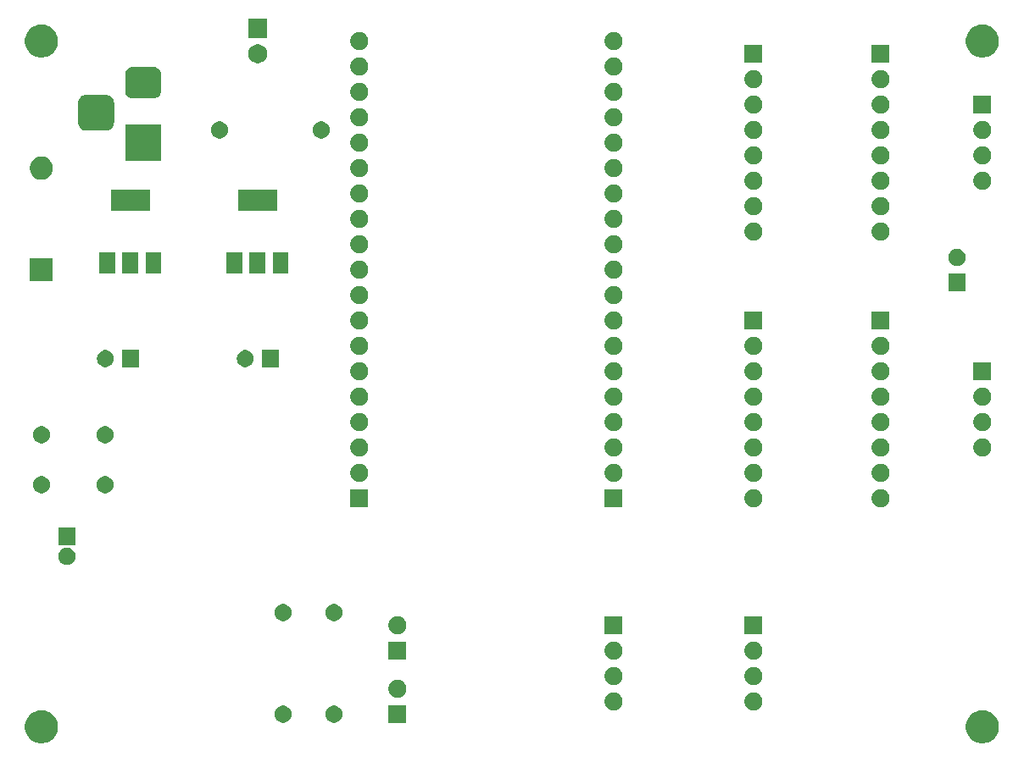
<source format=gbr>
G04 #@! TF.GenerationSoftware,KiCad,Pcbnew,5.1.6-c6e7f7d~86~ubuntu18.04.1*
G04 #@! TF.CreationDate,2020-06-24T19:05:53+01:00*
G04 #@! TF.ProjectId,placa_modular,706c6163-615f-46d6-9f64-756c61722e6b,V1.0*
G04 #@! TF.SameCoordinates,Original*
G04 #@! TF.FileFunction,Soldermask,Top*
G04 #@! TF.FilePolarity,Negative*
%FSLAX46Y46*%
G04 Gerber Fmt 4.6, Leading zero omitted, Abs format (unit mm)*
G04 Created by KiCad (PCBNEW 5.1.6-c6e7f7d~86~ubuntu18.04.1) date 2020-06-24 19:05:53*
%MOMM*%
%LPD*%
G01*
G04 APERTURE LIST*
%ADD10C,0.100000*%
G04 APERTURE END LIST*
D10*
G36*
X174365256Y-134281298D02*
G01*
X174471579Y-134302447D01*
X174772042Y-134426903D01*
X175042451Y-134607585D01*
X175272415Y-134837549D01*
X175453097Y-135107958D01*
X175577553Y-135408421D01*
X175641000Y-135727391D01*
X175641000Y-136052609D01*
X175577553Y-136371579D01*
X175453097Y-136672042D01*
X175272415Y-136942451D01*
X175042451Y-137172415D01*
X174772042Y-137353097D01*
X174471579Y-137477553D01*
X174365256Y-137498702D01*
X174152611Y-137541000D01*
X173827389Y-137541000D01*
X173614744Y-137498702D01*
X173508421Y-137477553D01*
X173207958Y-137353097D01*
X172937549Y-137172415D01*
X172707585Y-136942451D01*
X172526903Y-136672042D01*
X172402447Y-136371579D01*
X172339000Y-136052609D01*
X172339000Y-135727391D01*
X172402447Y-135408421D01*
X172526903Y-135107958D01*
X172707585Y-134837549D01*
X172937549Y-134607585D01*
X173207958Y-134426903D01*
X173508421Y-134302447D01*
X173614744Y-134281298D01*
X173827389Y-134239000D01*
X174152611Y-134239000D01*
X174365256Y-134281298D01*
G37*
G36*
X80385256Y-134281298D02*
G01*
X80491579Y-134302447D01*
X80792042Y-134426903D01*
X81062451Y-134607585D01*
X81292415Y-134837549D01*
X81473097Y-135107958D01*
X81597553Y-135408421D01*
X81661000Y-135727391D01*
X81661000Y-136052609D01*
X81597553Y-136371579D01*
X81473097Y-136672042D01*
X81292415Y-136942451D01*
X81062451Y-137172415D01*
X80792042Y-137353097D01*
X80491579Y-137477553D01*
X80385256Y-137498702D01*
X80172611Y-137541000D01*
X79847389Y-137541000D01*
X79634744Y-137498702D01*
X79528421Y-137477553D01*
X79227958Y-137353097D01*
X78957549Y-137172415D01*
X78727585Y-136942451D01*
X78546903Y-136672042D01*
X78422447Y-136371579D01*
X78359000Y-136052609D01*
X78359000Y-135727391D01*
X78422447Y-135408421D01*
X78546903Y-135107958D01*
X78727585Y-134837549D01*
X78957549Y-134607585D01*
X79227958Y-134426903D01*
X79528421Y-134302447D01*
X79634744Y-134281298D01*
X79847389Y-134239000D01*
X80172611Y-134239000D01*
X80385256Y-134281298D01*
G37*
G36*
X116471000Y-135521000D02*
G01*
X114669000Y-135521000D01*
X114669000Y-133719000D01*
X116471000Y-133719000D01*
X116471000Y-135521000D01*
G37*
G36*
X104388228Y-133801703D02*
G01*
X104543100Y-133865853D01*
X104682481Y-133958985D01*
X104801015Y-134077519D01*
X104894147Y-134216900D01*
X104958297Y-134371772D01*
X104991000Y-134536184D01*
X104991000Y-134703816D01*
X104958297Y-134868228D01*
X104894147Y-135023100D01*
X104801015Y-135162481D01*
X104682481Y-135281015D01*
X104543100Y-135374147D01*
X104388228Y-135438297D01*
X104223816Y-135471000D01*
X104056184Y-135471000D01*
X103891772Y-135438297D01*
X103736900Y-135374147D01*
X103597519Y-135281015D01*
X103478985Y-135162481D01*
X103385853Y-135023100D01*
X103321703Y-134868228D01*
X103289000Y-134703816D01*
X103289000Y-134536184D01*
X103321703Y-134371772D01*
X103385853Y-134216900D01*
X103478985Y-134077519D01*
X103597519Y-133958985D01*
X103736900Y-133865853D01*
X103891772Y-133801703D01*
X104056184Y-133769000D01*
X104223816Y-133769000D01*
X104388228Y-133801703D01*
G37*
G36*
X109468228Y-133801703D02*
G01*
X109623100Y-133865853D01*
X109762481Y-133958985D01*
X109881015Y-134077519D01*
X109974147Y-134216900D01*
X110038297Y-134371772D01*
X110071000Y-134536184D01*
X110071000Y-134703816D01*
X110038297Y-134868228D01*
X109974147Y-135023100D01*
X109881015Y-135162481D01*
X109762481Y-135281015D01*
X109623100Y-135374147D01*
X109468228Y-135438297D01*
X109303816Y-135471000D01*
X109136184Y-135471000D01*
X108971772Y-135438297D01*
X108816900Y-135374147D01*
X108677519Y-135281015D01*
X108558985Y-135162481D01*
X108465853Y-135023100D01*
X108401703Y-134868228D01*
X108369000Y-134703816D01*
X108369000Y-134536184D01*
X108401703Y-134371772D01*
X108465853Y-134216900D01*
X108558985Y-134077519D01*
X108677519Y-133958985D01*
X108816900Y-133865853D01*
X108971772Y-133801703D01*
X109136184Y-133769000D01*
X109303816Y-133769000D01*
X109468228Y-133801703D01*
G37*
G36*
X137273512Y-132453927D02*
G01*
X137422812Y-132483624D01*
X137586784Y-132551544D01*
X137734354Y-132650147D01*
X137859853Y-132775646D01*
X137958456Y-132923216D01*
X138026376Y-133087188D01*
X138061000Y-133261259D01*
X138061000Y-133438741D01*
X138026376Y-133612812D01*
X137958456Y-133776784D01*
X137859853Y-133924354D01*
X137734354Y-134049853D01*
X137586784Y-134148456D01*
X137422812Y-134216376D01*
X137273512Y-134246073D01*
X137248742Y-134251000D01*
X137071258Y-134251000D01*
X137046488Y-134246073D01*
X136897188Y-134216376D01*
X136733216Y-134148456D01*
X136585646Y-134049853D01*
X136460147Y-133924354D01*
X136361544Y-133776784D01*
X136293624Y-133612812D01*
X136259000Y-133438741D01*
X136259000Y-133261259D01*
X136293624Y-133087188D01*
X136361544Y-132923216D01*
X136460147Y-132775646D01*
X136585646Y-132650147D01*
X136733216Y-132551544D01*
X136897188Y-132483624D01*
X137046488Y-132453927D01*
X137071258Y-132449000D01*
X137248742Y-132449000D01*
X137273512Y-132453927D01*
G37*
G36*
X151243512Y-132453927D02*
G01*
X151392812Y-132483624D01*
X151556784Y-132551544D01*
X151704354Y-132650147D01*
X151829853Y-132775646D01*
X151928456Y-132923216D01*
X151996376Y-133087188D01*
X152031000Y-133261259D01*
X152031000Y-133438741D01*
X151996376Y-133612812D01*
X151928456Y-133776784D01*
X151829853Y-133924354D01*
X151704354Y-134049853D01*
X151556784Y-134148456D01*
X151392812Y-134216376D01*
X151243512Y-134246073D01*
X151218742Y-134251000D01*
X151041258Y-134251000D01*
X151016488Y-134246073D01*
X150867188Y-134216376D01*
X150703216Y-134148456D01*
X150555646Y-134049853D01*
X150430147Y-133924354D01*
X150331544Y-133776784D01*
X150263624Y-133612812D01*
X150229000Y-133438741D01*
X150229000Y-133261259D01*
X150263624Y-133087188D01*
X150331544Y-132923216D01*
X150430147Y-132775646D01*
X150555646Y-132650147D01*
X150703216Y-132551544D01*
X150867188Y-132483624D01*
X151016488Y-132453927D01*
X151041258Y-132449000D01*
X151218742Y-132449000D01*
X151243512Y-132453927D01*
G37*
G36*
X115683512Y-131183927D02*
G01*
X115832812Y-131213624D01*
X115996784Y-131281544D01*
X116144354Y-131380147D01*
X116269853Y-131505646D01*
X116368456Y-131653216D01*
X116436376Y-131817188D01*
X116471000Y-131991259D01*
X116471000Y-132168741D01*
X116436376Y-132342812D01*
X116368456Y-132506784D01*
X116269853Y-132654354D01*
X116144354Y-132779853D01*
X115996784Y-132878456D01*
X115832812Y-132946376D01*
X115683512Y-132976073D01*
X115658742Y-132981000D01*
X115481258Y-132981000D01*
X115456488Y-132976073D01*
X115307188Y-132946376D01*
X115143216Y-132878456D01*
X114995646Y-132779853D01*
X114870147Y-132654354D01*
X114771544Y-132506784D01*
X114703624Y-132342812D01*
X114669000Y-132168741D01*
X114669000Y-131991259D01*
X114703624Y-131817188D01*
X114771544Y-131653216D01*
X114870147Y-131505646D01*
X114995646Y-131380147D01*
X115143216Y-131281544D01*
X115307188Y-131213624D01*
X115456488Y-131183927D01*
X115481258Y-131179000D01*
X115658742Y-131179000D01*
X115683512Y-131183927D01*
G37*
G36*
X151243512Y-129913927D02*
G01*
X151392812Y-129943624D01*
X151556784Y-130011544D01*
X151704354Y-130110147D01*
X151829853Y-130235646D01*
X151928456Y-130383216D01*
X151996376Y-130547188D01*
X152031000Y-130721259D01*
X152031000Y-130898741D01*
X151996376Y-131072812D01*
X151928456Y-131236784D01*
X151829853Y-131384354D01*
X151704354Y-131509853D01*
X151556784Y-131608456D01*
X151392812Y-131676376D01*
X151243512Y-131706073D01*
X151218742Y-131711000D01*
X151041258Y-131711000D01*
X151016488Y-131706073D01*
X150867188Y-131676376D01*
X150703216Y-131608456D01*
X150555646Y-131509853D01*
X150430147Y-131384354D01*
X150331544Y-131236784D01*
X150263624Y-131072812D01*
X150229000Y-130898741D01*
X150229000Y-130721259D01*
X150263624Y-130547188D01*
X150331544Y-130383216D01*
X150430147Y-130235646D01*
X150555646Y-130110147D01*
X150703216Y-130011544D01*
X150867188Y-129943624D01*
X151016488Y-129913927D01*
X151041258Y-129909000D01*
X151218742Y-129909000D01*
X151243512Y-129913927D01*
G37*
G36*
X137273512Y-129913927D02*
G01*
X137422812Y-129943624D01*
X137586784Y-130011544D01*
X137734354Y-130110147D01*
X137859853Y-130235646D01*
X137958456Y-130383216D01*
X138026376Y-130547188D01*
X138061000Y-130721259D01*
X138061000Y-130898741D01*
X138026376Y-131072812D01*
X137958456Y-131236784D01*
X137859853Y-131384354D01*
X137734354Y-131509853D01*
X137586784Y-131608456D01*
X137422812Y-131676376D01*
X137273512Y-131706073D01*
X137248742Y-131711000D01*
X137071258Y-131711000D01*
X137046488Y-131706073D01*
X136897188Y-131676376D01*
X136733216Y-131608456D01*
X136585646Y-131509853D01*
X136460147Y-131384354D01*
X136361544Y-131236784D01*
X136293624Y-131072812D01*
X136259000Y-130898741D01*
X136259000Y-130721259D01*
X136293624Y-130547188D01*
X136361544Y-130383216D01*
X136460147Y-130235646D01*
X136585646Y-130110147D01*
X136733216Y-130011544D01*
X136897188Y-129943624D01*
X137046488Y-129913927D01*
X137071258Y-129909000D01*
X137248742Y-129909000D01*
X137273512Y-129913927D01*
G37*
G36*
X151243512Y-127373927D02*
G01*
X151392812Y-127403624D01*
X151556784Y-127471544D01*
X151704354Y-127570147D01*
X151829853Y-127695646D01*
X151928456Y-127843216D01*
X151996376Y-128007188D01*
X152031000Y-128181259D01*
X152031000Y-128358741D01*
X151996376Y-128532812D01*
X151928456Y-128696784D01*
X151829853Y-128844354D01*
X151704354Y-128969853D01*
X151556784Y-129068456D01*
X151392812Y-129136376D01*
X151243512Y-129166073D01*
X151218742Y-129171000D01*
X151041258Y-129171000D01*
X151016488Y-129166073D01*
X150867188Y-129136376D01*
X150703216Y-129068456D01*
X150555646Y-128969853D01*
X150430147Y-128844354D01*
X150331544Y-128696784D01*
X150263624Y-128532812D01*
X150229000Y-128358741D01*
X150229000Y-128181259D01*
X150263624Y-128007188D01*
X150331544Y-127843216D01*
X150430147Y-127695646D01*
X150555646Y-127570147D01*
X150703216Y-127471544D01*
X150867188Y-127403624D01*
X151016488Y-127373927D01*
X151041258Y-127369000D01*
X151218742Y-127369000D01*
X151243512Y-127373927D01*
G37*
G36*
X116471000Y-129171000D02*
G01*
X114669000Y-129171000D01*
X114669000Y-127369000D01*
X116471000Y-127369000D01*
X116471000Y-129171000D01*
G37*
G36*
X137273512Y-127373927D02*
G01*
X137422812Y-127403624D01*
X137586784Y-127471544D01*
X137734354Y-127570147D01*
X137859853Y-127695646D01*
X137958456Y-127843216D01*
X138026376Y-128007188D01*
X138061000Y-128181259D01*
X138061000Y-128358741D01*
X138026376Y-128532812D01*
X137958456Y-128696784D01*
X137859853Y-128844354D01*
X137734354Y-128969853D01*
X137586784Y-129068456D01*
X137422812Y-129136376D01*
X137273512Y-129166073D01*
X137248742Y-129171000D01*
X137071258Y-129171000D01*
X137046488Y-129166073D01*
X136897188Y-129136376D01*
X136733216Y-129068456D01*
X136585646Y-128969853D01*
X136460147Y-128844354D01*
X136361544Y-128696784D01*
X136293624Y-128532812D01*
X136259000Y-128358741D01*
X136259000Y-128181259D01*
X136293624Y-128007188D01*
X136361544Y-127843216D01*
X136460147Y-127695646D01*
X136585646Y-127570147D01*
X136733216Y-127471544D01*
X136897188Y-127403624D01*
X137046488Y-127373927D01*
X137071258Y-127369000D01*
X137248742Y-127369000D01*
X137273512Y-127373927D01*
G37*
G36*
X115683512Y-124833927D02*
G01*
X115832812Y-124863624D01*
X115996784Y-124931544D01*
X116144354Y-125030147D01*
X116269853Y-125155646D01*
X116368456Y-125303216D01*
X116436376Y-125467188D01*
X116471000Y-125641259D01*
X116471000Y-125818741D01*
X116436376Y-125992812D01*
X116368456Y-126156784D01*
X116269853Y-126304354D01*
X116144354Y-126429853D01*
X115996784Y-126528456D01*
X115832812Y-126596376D01*
X115683512Y-126626073D01*
X115658742Y-126631000D01*
X115481258Y-126631000D01*
X115456488Y-126626073D01*
X115307188Y-126596376D01*
X115143216Y-126528456D01*
X114995646Y-126429853D01*
X114870147Y-126304354D01*
X114771544Y-126156784D01*
X114703624Y-125992812D01*
X114669000Y-125818741D01*
X114669000Y-125641259D01*
X114703624Y-125467188D01*
X114771544Y-125303216D01*
X114870147Y-125155646D01*
X114995646Y-125030147D01*
X115143216Y-124931544D01*
X115307188Y-124863624D01*
X115456488Y-124833927D01*
X115481258Y-124829000D01*
X115658742Y-124829000D01*
X115683512Y-124833927D01*
G37*
G36*
X152031000Y-126631000D02*
G01*
X150229000Y-126631000D01*
X150229000Y-124829000D01*
X152031000Y-124829000D01*
X152031000Y-126631000D01*
G37*
G36*
X138061000Y-126631000D02*
G01*
X136259000Y-126631000D01*
X136259000Y-124829000D01*
X138061000Y-124829000D01*
X138061000Y-126631000D01*
G37*
G36*
X109468228Y-123641703D02*
G01*
X109623100Y-123705853D01*
X109762481Y-123798985D01*
X109881015Y-123917519D01*
X109974147Y-124056900D01*
X110038297Y-124211772D01*
X110071000Y-124376184D01*
X110071000Y-124543816D01*
X110038297Y-124708228D01*
X109974147Y-124863100D01*
X109881015Y-125002481D01*
X109762481Y-125121015D01*
X109623100Y-125214147D01*
X109468228Y-125278297D01*
X109303816Y-125311000D01*
X109136184Y-125311000D01*
X108971772Y-125278297D01*
X108816900Y-125214147D01*
X108677519Y-125121015D01*
X108558985Y-125002481D01*
X108465853Y-124863100D01*
X108401703Y-124708228D01*
X108369000Y-124543816D01*
X108369000Y-124376184D01*
X108401703Y-124211772D01*
X108465853Y-124056900D01*
X108558985Y-123917519D01*
X108677519Y-123798985D01*
X108816900Y-123705853D01*
X108971772Y-123641703D01*
X109136184Y-123609000D01*
X109303816Y-123609000D01*
X109468228Y-123641703D01*
G37*
G36*
X104388228Y-123641703D02*
G01*
X104543100Y-123705853D01*
X104682481Y-123798985D01*
X104801015Y-123917519D01*
X104894147Y-124056900D01*
X104958297Y-124211772D01*
X104991000Y-124376184D01*
X104991000Y-124543816D01*
X104958297Y-124708228D01*
X104894147Y-124863100D01*
X104801015Y-125002481D01*
X104682481Y-125121015D01*
X104543100Y-125214147D01*
X104388228Y-125278297D01*
X104223816Y-125311000D01*
X104056184Y-125311000D01*
X103891772Y-125278297D01*
X103736900Y-125214147D01*
X103597519Y-125121015D01*
X103478985Y-125002481D01*
X103385853Y-124863100D01*
X103321703Y-124708228D01*
X103289000Y-124543816D01*
X103289000Y-124376184D01*
X103321703Y-124211772D01*
X103385853Y-124056900D01*
X103478985Y-123917519D01*
X103597519Y-123798985D01*
X103736900Y-123705853D01*
X103891772Y-123641703D01*
X104056184Y-123609000D01*
X104223816Y-123609000D01*
X104388228Y-123641703D01*
G37*
G36*
X82798228Y-118021703D02*
G01*
X82953100Y-118085853D01*
X83092481Y-118178985D01*
X83211015Y-118297519D01*
X83304147Y-118436900D01*
X83368297Y-118591772D01*
X83401000Y-118756184D01*
X83401000Y-118923816D01*
X83368297Y-119088228D01*
X83304147Y-119243100D01*
X83211015Y-119382481D01*
X83092481Y-119501015D01*
X82953100Y-119594147D01*
X82798228Y-119658297D01*
X82633816Y-119691000D01*
X82466184Y-119691000D01*
X82301772Y-119658297D01*
X82146900Y-119594147D01*
X82007519Y-119501015D01*
X81888985Y-119382481D01*
X81795853Y-119243100D01*
X81731703Y-119088228D01*
X81699000Y-118923816D01*
X81699000Y-118756184D01*
X81731703Y-118591772D01*
X81795853Y-118436900D01*
X81888985Y-118297519D01*
X82007519Y-118178985D01*
X82146900Y-118085853D01*
X82301772Y-118021703D01*
X82466184Y-117989000D01*
X82633816Y-117989000D01*
X82798228Y-118021703D01*
G37*
G36*
X83401000Y-117691000D02*
G01*
X81699000Y-117691000D01*
X81699000Y-115989000D01*
X83401000Y-115989000D01*
X83401000Y-117691000D01*
G37*
G36*
X151243512Y-112133927D02*
G01*
X151392812Y-112163624D01*
X151556784Y-112231544D01*
X151704354Y-112330147D01*
X151829853Y-112455646D01*
X151928456Y-112603216D01*
X151996376Y-112767188D01*
X152031000Y-112941259D01*
X152031000Y-113118741D01*
X151996376Y-113292812D01*
X151928456Y-113456784D01*
X151829853Y-113604354D01*
X151704354Y-113729853D01*
X151556784Y-113828456D01*
X151392812Y-113896376D01*
X151243512Y-113926073D01*
X151218742Y-113931000D01*
X151041258Y-113931000D01*
X151016488Y-113926073D01*
X150867188Y-113896376D01*
X150703216Y-113828456D01*
X150555646Y-113729853D01*
X150430147Y-113604354D01*
X150331544Y-113456784D01*
X150263624Y-113292812D01*
X150229000Y-113118741D01*
X150229000Y-112941259D01*
X150263624Y-112767188D01*
X150331544Y-112603216D01*
X150430147Y-112455646D01*
X150555646Y-112330147D01*
X150703216Y-112231544D01*
X150867188Y-112163624D01*
X151016488Y-112133927D01*
X151041258Y-112129000D01*
X151218742Y-112129000D01*
X151243512Y-112133927D01*
G37*
G36*
X112661000Y-113931000D02*
G01*
X110859000Y-113931000D01*
X110859000Y-112129000D01*
X112661000Y-112129000D01*
X112661000Y-113931000D01*
G37*
G36*
X138061000Y-113931000D02*
G01*
X136259000Y-113931000D01*
X136259000Y-112129000D01*
X138061000Y-112129000D01*
X138061000Y-113931000D01*
G37*
G36*
X163943512Y-112133927D02*
G01*
X164092812Y-112163624D01*
X164256784Y-112231544D01*
X164404354Y-112330147D01*
X164529853Y-112455646D01*
X164628456Y-112603216D01*
X164696376Y-112767188D01*
X164731000Y-112941259D01*
X164731000Y-113118741D01*
X164696376Y-113292812D01*
X164628456Y-113456784D01*
X164529853Y-113604354D01*
X164404354Y-113729853D01*
X164256784Y-113828456D01*
X164092812Y-113896376D01*
X163943512Y-113926073D01*
X163918742Y-113931000D01*
X163741258Y-113931000D01*
X163716488Y-113926073D01*
X163567188Y-113896376D01*
X163403216Y-113828456D01*
X163255646Y-113729853D01*
X163130147Y-113604354D01*
X163031544Y-113456784D01*
X162963624Y-113292812D01*
X162929000Y-113118741D01*
X162929000Y-112941259D01*
X162963624Y-112767188D01*
X163031544Y-112603216D01*
X163130147Y-112455646D01*
X163255646Y-112330147D01*
X163403216Y-112231544D01*
X163567188Y-112163624D01*
X163716488Y-112133927D01*
X163741258Y-112129000D01*
X163918742Y-112129000D01*
X163943512Y-112133927D01*
G37*
G36*
X80258228Y-110861703D02*
G01*
X80413100Y-110925853D01*
X80552481Y-111018985D01*
X80671015Y-111137519D01*
X80764147Y-111276900D01*
X80828297Y-111431772D01*
X80861000Y-111596184D01*
X80861000Y-111763816D01*
X80828297Y-111928228D01*
X80764147Y-112083100D01*
X80671015Y-112222481D01*
X80552481Y-112341015D01*
X80413100Y-112434147D01*
X80258228Y-112498297D01*
X80093816Y-112531000D01*
X79926184Y-112531000D01*
X79761772Y-112498297D01*
X79606900Y-112434147D01*
X79467519Y-112341015D01*
X79348985Y-112222481D01*
X79255853Y-112083100D01*
X79191703Y-111928228D01*
X79159000Y-111763816D01*
X79159000Y-111596184D01*
X79191703Y-111431772D01*
X79255853Y-111276900D01*
X79348985Y-111137519D01*
X79467519Y-111018985D01*
X79606900Y-110925853D01*
X79761772Y-110861703D01*
X79926184Y-110829000D01*
X80093816Y-110829000D01*
X80258228Y-110861703D01*
G37*
G36*
X86608228Y-110861703D02*
G01*
X86763100Y-110925853D01*
X86902481Y-111018985D01*
X87021015Y-111137519D01*
X87114147Y-111276900D01*
X87178297Y-111431772D01*
X87211000Y-111596184D01*
X87211000Y-111763816D01*
X87178297Y-111928228D01*
X87114147Y-112083100D01*
X87021015Y-112222481D01*
X86902481Y-112341015D01*
X86763100Y-112434147D01*
X86608228Y-112498297D01*
X86443816Y-112531000D01*
X86276184Y-112531000D01*
X86111772Y-112498297D01*
X85956900Y-112434147D01*
X85817519Y-112341015D01*
X85698985Y-112222481D01*
X85605853Y-112083100D01*
X85541703Y-111928228D01*
X85509000Y-111763816D01*
X85509000Y-111596184D01*
X85541703Y-111431772D01*
X85605853Y-111276900D01*
X85698985Y-111137519D01*
X85817519Y-111018985D01*
X85956900Y-110925853D01*
X86111772Y-110861703D01*
X86276184Y-110829000D01*
X86443816Y-110829000D01*
X86608228Y-110861703D01*
G37*
G36*
X151243512Y-109593927D02*
G01*
X151392812Y-109623624D01*
X151556784Y-109691544D01*
X151704354Y-109790147D01*
X151829853Y-109915646D01*
X151928456Y-110063216D01*
X151996376Y-110227188D01*
X152031000Y-110401259D01*
X152031000Y-110578741D01*
X151996376Y-110752812D01*
X151928456Y-110916784D01*
X151829853Y-111064354D01*
X151704354Y-111189853D01*
X151556784Y-111288456D01*
X151392812Y-111356376D01*
X151243512Y-111386073D01*
X151218742Y-111391000D01*
X151041258Y-111391000D01*
X151016488Y-111386073D01*
X150867188Y-111356376D01*
X150703216Y-111288456D01*
X150555646Y-111189853D01*
X150430147Y-111064354D01*
X150331544Y-110916784D01*
X150263624Y-110752812D01*
X150229000Y-110578741D01*
X150229000Y-110401259D01*
X150263624Y-110227188D01*
X150331544Y-110063216D01*
X150430147Y-109915646D01*
X150555646Y-109790147D01*
X150703216Y-109691544D01*
X150867188Y-109623624D01*
X151016488Y-109593927D01*
X151041258Y-109589000D01*
X151218742Y-109589000D01*
X151243512Y-109593927D01*
G37*
G36*
X137273512Y-109593927D02*
G01*
X137422812Y-109623624D01*
X137586784Y-109691544D01*
X137734354Y-109790147D01*
X137859853Y-109915646D01*
X137958456Y-110063216D01*
X138026376Y-110227188D01*
X138061000Y-110401259D01*
X138061000Y-110578741D01*
X138026376Y-110752812D01*
X137958456Y-110916784D01*
X137859853Y-111064354D01*
X137734354Y-111189853D01*
X137586784Y-111288456D01*
X137422812Y-111356376D01*
X137273512Y-111386073D01*
X137248742Y-111391000D01*
X137071258Y-111391000D01*
X137046488Y-111386073D01*
X136897188Y-111356376D01*
X136733216Y-111288456D01*
X136585646Y-111189853D01*
X136460147Y-111064354D01*
X136361544Y-110916784D01*
X136293624Y-110752812D01*
X136259000Y-110578741D01*
X136259000Y-110401259D01*
X136293624Y-110227188D01*
X136361544Y-110063216D01*
X136460147Y-109915646D01*
X136585646Y-109790147D01*
X136733216Y-109691544D01*
X136897188Y-109623624D01*
X137046488Y-109593927D01*
X137071258Y-109589000D01*
X137248742Y-109589000D01*
X137273512Y-109593927D01*
G37*
G36*
X163943512Y-109593927D02*
G01*
X164092812Y-109623624D01*
X164256784Y-109691544D01*
X164404354Y-109790147D01*
X164529853Y-109915646D01*
X164628456Y-110063216D01*
X164696376Y-110227188D01*
X164731000Y-110401259D01*
X164731000Y-110578741D01*
X164696376Y-110752812D01*
X164628456Y-110916784D01*
X164529853Y-111064354D01*
X164404354Y-111189853D01*
X164256784Y-111288456D01*
X164092812Y-111356376D01*
X163943512Y-111386073D01*
X163918742Y-111391000D01*
X163741258Y-111391000D01*
X163716488Y-111386073D01*
X163567188Y-111356376D01*
X163403216Y-111288456D01*
X163255646Y-111189853D01*
X163130147Y-111064354D01*
X163031544Y-110916784D01*
X162963624Y-110752812D01*
X162929000Y-110578741D01*
X162929000Y-110401259D01*
X162963624Y-110227188D01*
X163031544Y-110063216D01*
X163130147Y-109915646D01*
X163255646Y-109790147D01*
X163403216Y-109691544D01*
X163567188Y-109623624D01*
X163716488Y-109593927D01*
X163741258Y-109589000D01*
X163918742Y-109589000D01*
X163943512Y-109593927D01*
G37*
G36*
X111873512Y-109593927D02*
G01*
X112022812Y-109623624D01*
X112186784Y-109691544D01*
X112334354Y-109790147D01*
X112459853Y-109915646D01*
X112558456Y-110063216D01*
X112626376Y-110227188D01*
X112661000Y-110401259D01*
X112661000Y-110578741D01*
X112626376Y-110752812D01*
X112558456Y-110916784D01*
X112459853Y-111064354D01*
X112334354Y-111189853D01*
X112186784Y-111288456D01*
X112022812Y-111356376D01*
X111873512Y-111386073D01*
X111848742Y-111391000D01*
X111671258Y-111391000D01*
X111646488Y-111386073D01*
X111497188Y-111356376D01*
X111333216Y-111288456D01*
X111185646Y-111189853D01*
X111060147Y-111064354D01*
X110961544Y-110916784D01*
X110893624Y-110752812D01*
X110859000Y-110578741D01*
X110859000Y-110401259D01*
X110893624Y-110227188D01*
X110961544Y-110063216D01*
X111060147Y-109915646D01*
X111185646Y-109790147D01*
X111333216Y-109691544D01*
X111497188Y-109623624D01*
X111646488Y-109593927D01*
X111671258Y-109589000D01*
X111848742Y-109589000D01*
X111873512Y-109593927D01*
G37*
G36*
X151243512Y-107053927D02*
G01*
X151392812Y-107083624D01*
X151556784Y-107151544D01*
X151704354Y-107250147D01*
X151829853Y-107375646D01*
X151928456Y-107523216D01*
X151996376Y-107687188D01*
X152031000Y-107861259D01*
X152031000Y-108038741D01*
X151996376Y-108212812D01*
X151928456Y-108376784D01*
X151829853Y-108524354D01*
X151704354Y-108649853D01*
X151556784Y-108748456D01*
X151392812Y-108816376D01*
X151243512Y-108846073D01*
X151218742Y-108851000D01*
X151041258Y-108851000D01*
X151016488Y-108846073D01*
X150867188Y-108816376D01*
X150703216Y-108748456D01*
X150555646Y-108649853D01*
X150430147Y-108524354D01*
X150331544Y-108376784D01*
X150263624Y-108212812D01*
X150229000Y-108038741D01*
X150229000Y-107861259D01*
X150263624Y-107687188D01*
X150331544Y-107523216D01*
X150430147Y-107375646D01*
X150555646Y-107250147D01*
X150703216Y-107151544D01*
X150867188Y-107083624D01*
X151016488Y-107053927D01*
X151041258Y-107049000D01*
X151218742Y-107049000D01*
X151243512Y-107053927D01*
G37*
G36*
X174103512Y-107053927D02*
G01*
X174252812Y-107083624D01*
X174416784Y-107151544D01*
X174564354Y-107250147D01*
X174689853Y-107375646D01*
X174788456Y-107523216D01*
X174856376Y-107687188D01*
X174891000Y-107861259D01*
X174891000Y-108038741D01*
X174856376Y-108212812D01*
X174788456Y-108376784D01*
X174689853Y-108524354D01*
X174564354Y-108649853D01*
X174416784Y-108748456D01*
X174252812Y-108816376D01*
X174103512Y-108846073D01*
X174078742Y-108851000D01*
X173901258Y-108851000D01*
X173876488Y-108846073D01*
X173727188Y-108816376D01*
X173563216Y-108748456D01*
X173415646Y-108649853D01*
X173290147Y-108524354D01*
X173191544Y-108376784D01*
X173123624Y-108212812D01*
X173089000Y-108038741D01*
X173089000Y-107861259D01*
X173123624Y-107687188D01*
X173191544Y-107523216D01*
X173290147Y-107375646D01*
X173415646Y-107250147D01*
X173563216Y-107151544D01*
X173727188Y-107083624D01*
X173876488Y-107053927D01*
X173901258Y-107049000D01*
X174078742Y-107049000D01*
X174103512Y-107053927D01*
G37*
G36*
X111873512Y-107053927D02*
G01*
X112022812Y-107083624D01*
X112186784Y-107151544D01*
X112334354Y-107250147D01*
X112459853Y-107375646D01*
X112558456Y-107523216D01*
X112626376Y-107687188D01*
X112661000Y-107861259D01*
X112661000Y-108038741D01*
X112626376Y-108212812D01*
X112558456Y-108376784D01*
X112459853Y-108524354D01*
X112334354Y-108649853D01*
X112186784Y-108748456D01*
X112022812Y-108816376D01*
X111873512Y-108846073D01*
X111848742Y-108851000D01*
X111671258Y-108851000D01*
X111646488Y-108846073D01*
X111497188Y-108816376D01*
X111333216Y-108748456D01*
X111185646Y-108649853D01*
X111060147Y-108524354D01*
X110961544Y-108376784D01*
X110893624Y-108212812D01*
X110859000Y-108038741D01*
X110859000Y-107861259D01*
X110893624Y-107687188D01*
X110961544Y-107523216D01*
X111060147Y-107375646D01*
X111185646Y-107250147D01*
X111333216Y-107151544D01*
X111497188Y-107083624D01*
X111646488Y-107053927D01*
X111671258Y-107049000D01*
X111848742Y-107049000D01*
X111873512Y-107053927D01*
G37*
G36*
X137273512Y-107053927D02*
G01*
X137422812Y-107083624D01*
X137586784Y-107151544D01*
X137734354Y-107250147D01*
X137859853Y-107375646D01*
X137958456Y-107523216D01*
X138026376Y-107687188D01*
X138061000Y-107861259D01*
X138061000Y-108038741D01*
X138026376Y-108212812D01*
X137958456Y-108376784D01*
X137859853Y-108524354D01*
X137734354Y-108649853D01*
X137586784Y-108748456D01*
X137422812Y-108816376D01*
X137273512Y-108846073D01*
X137248742Y-108851000D01*
X137071258Y-108851000D01*
X137046488Y-108846073D01*
X136897188Y-108816376D01*
X136733216Y-108748456D01*
X136585646Y-108649853D01*
X136460147Y-108524354D01*
X136361544Y-108376784D01*
X136293624Y-108212812D01*
X136259000Y-108038741D01*
X136259000Y-107861259D01*
X136293624Y-107687188D01*
X136361544Y-107523216D01*
X136460147Y-107375646D01*
X136585646Y-107250147D01*
X136733216Y-107151544D01*
X136897188Y-107083624D01*
X137046488Y-107053927D01*
X137071258Y-107049000D01*
X137248742Y-107049000D01*
X137273512Y-107053927D01*
G37*
G36*
X163943512Y-107053927D02*
G01*
X164092812Y-107083624D01*
X164256784Y-107151544D01*
X164404354Y-107250147D01*
X164529853Y-107375646D01*
X164628456Y-107523216D01*
X164696376Y-107687188D01*
X164731000Y-107861259D01*
X164731000Y-108038741D01*
X164696376Y-108212812D01*
X164628456Y-108376784D01*
X164529853Y-108524354D01*
X164404354Y-108649853D01*
X164256784Y-108748456D01*
X164092812Y-108816376D01*
X163943512Y-108846073D01*
X163918742Y-108851000D01*
X163741258Y-108851000D01*
X163716488Y-108846073D01*
X163567188Y-108816376D01*
X163403216Y-108748456D01*
X163255646Y-108649853D01*
X163130147Y-108524354D01*
X163031544Y-108376784D01*
X162963624Y-108212812D01*
X162929000Y-108038741D01*
X162929000Y-107861259D01*
X162963624Y-107687188D01*
X163031544Y-107523216D01*
X163130147Y-107375646D01*
X163255646Y-107250147D01*
X163403216Y-107151544D01*
X163567188Y-107083624D01*
X163716488Y-107053927D01*
X163741258Y-107049000D01*
X163918742Y-107049000D01*
X163943512Y-107053927D01*
G37*
G36*
X86608228Y-105861703D02*
G01*
X86763100Y-105925853D01*
X86902481Y-106018985D01*
X87021015Y-106137519D01*
X87114147Y-106276900D01*
X87178297Y-106431772D01*
X87211000Y-106596184D01*
X87211000Y-106763816D01*
X87178297Y-106928228D01*
X87114147Y-107083100D01*
X87021015Y-107222481D01*
X86902481Y-107341015D01*
X86763100Y-107434147D01*
X86608228Y-107498297D01*
X86443816Y-107531000D01*
X86276184Y-107531000D01*
X86111772Y-107498297D01*
X85956900Y-107434147D01*
X85817519Y-107341015D01*
X85698985Y-107222481D01*
X85605853Y-107083100D01*
X85541703Y-106928228D01*
X85509000Y-106763816D01*
X85509000Y-106596184D01*
X85541703Y-106431772D01*
X85605853Y-106276900D01*
X85698985Y-106137519D01*
X85817519Y-106018985D01*
X85956900Y-105925853D01*
X86111772Y-105861703D01*
X86276184Y-105829000D01*
X86443816Y-105829000D01*
X86608228Y-105861703D01*
G37*
G36*
X80258228Y-105861703D02*
G01*
X80413100Y-105925853D01*
X80552481Y-106018985D01*
X80671015Y-106137519D01*
X80764147Y-106276900D01*
X80828297Y-106431772D01*
X80861000Y-106596184D01*
X80861000Y-106763816D01*
X80828297Y-106928228D01*
X80764147Y-107083100D01*
X80671015Y-107222481D01*
X80552481Y-107341015D01*
X80413100Y-107434147D01*
X80258228Y-107498297D01*
X80093816Y-107531000D01*
X79926184Y-107531000D01*
X79761772Y-107498297D01*
X79606900Y-107434147D01*
X79467519Y-107341015D01*
X79348985Y-107222481D01*
X79255853Y-107083100D01*
X79191703Y-106928228D01*
X79159000Y-106763816D01*
X79159000Y-106596184D01*
X79191703Y-106431772D01*
X79255853Y-106276900D01*
X79348985Y-106137519D01*
X79467519Y-106018985D01*
X79606900Y-105925853D01*
X79761772Y-105861703D01*
X79926184Y-105829000D01*
X80093816Y-105829000D01*
X80258228Y-105861703D01*
G37*
G36*
X111873512Y-104513927D02*
G01*
X112022812Y-104543624D01*
X112186784Y-104611544D01*
X112334354Y-104710147D01*
X112459853Y-104835646D01*
X112558456Y-104983216D01*
X112626376Y-105147188D01*
X112661000Y-105321259D01*
X112661000Y-105498741D01*
X112626376Y-105672812D01*
X112558456Y-105836784D01*
X112459853Y-105984354D01*
X112334354Y-106109853D01*
X112186784Y-106208456D01*
X112022812Y-106276376D01*
X111873512Y-106306073D01*
X111848742Y-106311000D01*
X111671258Y-106311000D01*
X111646488Y-106306073D01*
X111497188Y-106276376D01*
X111333216Y-106208456D01*
X111185646Y-106109853D01*
X111060147Y-105984354D01*
X110961544Y-105836784D01*
X110893624Y-105672812D01*
X110859000Y-105498741D01*
X110859000Y-105321259D01*
X110893624Y-105147188D01*
X110961544Y-104983216D01*
X111060147Y-104835646D01*
X111185646Y-104710147D01*
X111333216Y-104611544D01*
X111497188Y-104543624D01*
X111646488Y-104513927D01*
X111671258Y-104509000D01*
X111848742Y-104509000D01*
X111873512Y-104513927D01*
G37*
G36*
X174103512Y-104513927D02*
G01*
X174252812Y-104543624D01*
X174416784Y-104611544D01*
X174564354Y-104710147D01*
X174689853Y-104835646D01*
X174788456Y-104983216D01*
X174856376Y-105147188D01*
X174891000Y-105321259D01*
X174891000Y-105498741D01*
X174856376Y-105672812D01*
X174788456Y-105836784D01*
X174689853Y-105984354D01*
X174564354Y-106109853D01*
X174416784Y-106208456D01*
X174252812Y-106276376D01*
X174103512Y-106306073D01*
X174078742Y-106311000D01*
X173901258Y-106311000D01*
X173876488Y-106306073D01*
X173727188Y-106276376D01*
X173563216Y-106208456D01*
X173415646Y-106109853D01*
X173290147Y-105984354D01*
X173191544Y-105836784D01*
X173123624Y-105672812D01*
X173089000Y-105498741D01*
X173089000Y-105321259D01*
X173123624Y-105147188D01*
X173191544Y-104983216D01*
X173290147Y-104835646D01*
X173415646Y-104710147D01*
X173563216Y-104611544D01*
X173727188Y-104543624D01*
X173876488Y-104513927D01*
X173901258Y-104509000D01*
X174078742Y-104509000D01*
X174103512Y-104513927D01*
G37*
G36*
X163943512Y-104513927D02*
G01*
X164092812Y-104543624D01*
X164256784Y-104611544D01*
X164404354Y-104710147D01*
X164529853Y-104835646D01*
X164628456Y-104983216D01*
X164696376Y-105147188D01*
X164731000Y-105321259D01*
X164731000Y-105498741D01*
X164696376Y-105672812D01*
X164628456Y-105836784D01*
X164529853Y-105984354D01*
X164404354Y-106109853D01*
X164256784Y-106208456D01*
X164092812Y-106276376D01*
X163943512Y-106306073D01*
X163918742Y-106311000D01*
X163741258Y-106311000D01*
X163716488Y-106306073D01*
X163567188Y-106276376D01*
X163403216Y-106208456D01*
X163255646Y-106109853D01*
X163130147Y-105984354D01*
X163031544Y-105836784D01*
X162963624Y-105672812D01*
X162929000Y-105498741D01*
X162929000Y-105321259D01*
X162963624Y-105147188D01*
X163031544Y-104983216D01*
X163130147Y-104835646D01*
X163255646Y-104710147D01*
X163403216Y-104611544D01*
X163567188Y-104543624D01*
X163716488Y-104513927D01*
X163741258Y-104509000D01*
X163918742Y-104509000D01*
X163943512Y-104513927D01*
G37*
G36*
X151243512Y-104513927D02*
G01*
X151392812Y-104543624D01*
X151556784Y-104611544D01*
X151704354Y-104710147D01*
X151829853Y-104835646D01*
X151928456Y-104983216D01*
X151996376Y-105147188D01*
X152031000Y-105321259D01*
X152031000Y-105498741D01*
X151996376Y-105672812D01*
X151928456Y-105836784D01*
X151829853Y-105984354D01*
X151704354Y-106109853D01*
X151556784Y-106208456D01*
X151392812Y-106276376D01*
X151243512Y-106306073D01*
X151218742Y-106311000D01*
X151041258Y-106311000D01*
X151016488Y-106306073D01*
X150867188Y-106276376D01*
X150703216Y-106208456D01*
X150555646Y-106109853D01*
X150430147Y-105984354D01*
X150331544Y-105836784D01*
X150263624Y-105672812D01*
X150229000Y-105498741D01*
X150229000Y-105321259D01*
X150263624Y-105147188D01*
X150331544Y-104983216D01*
X150430147Y-104835646D01*
X150555646Y-104710147D01*
X150703216Y-104611544D01*
X150867188Y-104543624D01*
X151016488Y-104513927D01*
X151041258Y-104509000D01*
X151218742Y-104509000D01*
X151243512Y-104513927D01*
G37*
G36*
X137273512Y-104513927D02*
G01*
X137422812Y-104543624D01*
X137586784Y-104611544D01*
X137734354Y-104710147D01*
X137859853Y-104835646D01*
X137958456Y-104983216D01*
X138026376Y-105147188D01*
X138061000Y-105321259D01*
X138061000Y-105498741D01*
X138026376Y-105672812D01*
X137958456Y-105836784D01*
X137859853Y-105984354D01*
X137734354Y-106109853D01*
X137586784Y-106208456D01*
X137422812Y-106276376D01*
X137273512Y-106306073D01*
X137248742Y-106311000D01*
X137071258Y-106311000D01*
X137046488Y-106306073D01*
X136897188Y-106276376D01*
X136733216Y-106208456D01*
X136585646Y-106109853D01*
X136460147Y-105984354D01*
X136361544Y-105836784D01*
X136293624Y-105672812D01*
X136259000Y-105498741D01*
X136259000Y-105321259D01*
X136293624Y-105147188D01*
X136361544Y-104983216D01*
X136460147Y-104835646D01*
X136585646Y-104710147D01*
X136733216Y-104611544D01*
X136897188Y-104543624D01*
X137046488Y-104513927D01*
X137071258Y-104509000D01*
X137248742Y-104509000D01*
X137273512Y-104513927D01*
G37*
G36*
X111873512Y-101973927D02*
G01*
X112022812Y-102003624D01*
X112186784Y-102071544D01*
X112334354Y-102170147D01*
X112459853Y-102295646D01*
X112558456Y-102443216D01*
X112626376Y-102607188D01*
X112661000Y-102781259D01*
X112661000Y-102958741D01*
X112626376Y-103132812D01*
X112558456Y-103296784D01*
X112459853Y-103444354D01*
X112334354Y-103569853D01*
X112186784Y-103668456D01*
X112022812Y-103736376D01*
X111873512Y-103766073D01*
X111848742Y-103771000D01*
X111671258Y-103771000D01*
X111646488Y-103766073D01*
X111497188Y-103736376D01*
X111333216Y-103668456D01*
X111185646Y-103569853D01*
X111060147Y-103444354D01*
X110961544Y-103296784D01*
X110893624Y-103132812D01*
X110859000Y-102958741D01*
X110859000Y-102781259D01*
X110893624Y-102607188D01*
X110961544Y-102443216D01*
X111060147Y-102295646D01*
X111185646Y-102170147D01*
X111333216Y-102071544D01*
X111497188Y-102003624D01*
X111646488Y-101973927D01*
X111671258Y-101969000D01*
X111848742Y-101969000D01*
X111873512Y-101973927D01*
G37*
G36*
X151243512Y-101973927D02*
G01*
X151392812Y-102003624D01*
X151556784Y-102071544D01*
X151704354Y-102170147D01*
X151829853Y-102295646D01*
X151928456Y-102443216D01*
X151996376Y-102607188D01*
X152031000Y-102781259D01*
X152031000Y-102958741D01*
X151996376Y-103132812D01*
X151928456Y-103296784D01*
X151829853Y-103444354D01*
X151704354Y-103569853D01*
X151556784Y-103668456D01*
X151392812Y-103736376D01*
X151243512Y-103766073D01*
X151218742Y-103771000D01*
X151041258Y-103771000D01*
X151016488Y-103766073D01*
X150867188Y-103736376D01*
X150703216Y-103668456D01*
X150555646Y-103569853D01*
X150430147Y-103444354D01*
X150331544Y-103296784D01*
X150263624Y-103132812D01*
X150229000Y-102958741D01*
X150229000Y-102781259D01*
X150263624Y-102607188D01*
X150331544Y-102443216D01*
X150430147Y-102295646D01*
X150555646Y-102170147D01*
X150703216Y-102071544D01*
X150867188Y-102003624D01*
X151016488Y-101973927D01*
X151041258Y-101969000D01*
X151218742Y-101969000D01*
X151243512Y-101973927D01*
G37*
G36*
X163943512Y-101973927D02*
G01*
X164092812Y-102003624D01*
X164256784Y-102071544D01*
X164404354Y-102170147D01*
X164529853Y-102295646D01*
X164628456Y-102443216D01*
X164696376Y-102607188D01*
X164731000Y-102781259D01*
X164731000Y-102958741D01*
X164696376Y-103132812D01*
X164628456Y-103296784D01*
X164529853Y-103444354D01*
X164404354Y-103569853D01*
X164256784Y-103668456D01*
X164092812Y-103736376D01*
X163943512Y-103766073D01*
X163918742Y-103771000D01*
X163741258Y-103771000D01*
X163716488Y-103766073D01*
X163567188Y-103736376D01*
X163403216Y-103668456D01*
X163255646Y-103569853D01*
X163130147Y-103444354D01*
X163031544Y-103296784D01*
X162963624Y-103132812D01*
X162929000Y-102958741D01*
X162929000Y-102781259D01*
X162963624Y-102607188D01*
X163031544Y-102443216D01*
X163130147Y-102295646D01*
X163255646Y-102170147D01*
X163403216Y-102071544D01*
X163567188Y-102003624D01*
X163716488Y-101973927D01*
X163741258Y-101969000D01*
X163918742Y-101969000D01*
X163943512Y-101973927D01*
G37*
G36*
X174103512Y-101973927D02*
G01*
X174252812Y-102003624D01*
X174416784Y-102071544D01*
X174564354Y-102170147D01*
X174689853Y-102295646D01*
X174788456Y-102443216D01*
X174856376Y-102607188D01*
X174891000Y-102781259D01*
X174891000Y-102958741D01*
X174856376Y-103132812D01*
X174788456Y-103296784D01*
X174689853Y-103444354D01*
X174564354Y-103569853D01*
X174416784Y-103668456D01*
X174252812Y-103736376D01*
X174103512Y-103766073D01*
X174078742Y-103771000D01*
X173901258Y-103771000D01*
X173876488Y-103766073D01*
X173727188Y-103736376D01*
X173563216Y-103668456D01*
X173415646Y-103569853D01*
X173290147Y-103444354D01*
X173191544Y-103296784D01*
X173123624Y-103132812D01*
X173089000Y-102958741D01*
X173089000Y-102781259D01*
X173123624Y-102607188D01*
X173191544Y-102443216D01*
X173290147Y-102295646D01*
X173415646Y-102170147D01*
X173563216Y-102071544D01*
X173727188Y-102003624D01*
X173876488Y-101973927D01*
X173901258Y-101969000D01*
X174078742Y-101969000D01*
X174103512Y-101973927D01*
G37*
G36*
X137273512Y-101973927D02*
G01*
X137422812Y-102003624D01*
X137586784Y-102071544D01*
X137734354Y-102170147D01*
X137859853Y-102295646D01*
X137958456Y-102443216D01*
X138026376Y-102607188D01*
X138061000Y-102781259D01*
X138061000Y-102958741D01*
X138026376Y-103132812D01*
X137958456Y-103296784D01*
X137859853Y-103444354D01*
X137734354Y-103569853D01*
X137586784Y-103668456D01*
X137422812Y-103736376D01*
X137273512Y-103766073D01*
X137248742Y-103771000D01*
X137071258Y-103771000D01*
X137046488Y-103766073D01*
X136897188Y-103736376D01*
X136733216Y-103668456D01*
X136585646Y-103569853D01*
X136460147Y-103444354D01*
X136361544Y-103296784D01*
X136293624Y-103132812D01*
X136259000Y-102958741D01*
X136259000Y-102781259D01*
X136293624Y-102607188D01*
X136361544Y-102443216D01*
X136460147Y-102295646D01*
X136585646Y-102170147D01*
X136733216Y-102071544D01*
X136897188Y-102003624D01*
X137046488Y-101973927D01*
X137071258Y-101969000D01*
X137248742Y-101969000D01*
X137273512Y-101973927D01*
G37*
G36*
X163943512Y-99433927D02*
G01*
X164092812Y-99463624D01*
X164256784Y-99531544D01*
X164404354Y-99630147D01*
X164529853Y-99755646D01*
X164628456Y-99903216D01*
X164696376Y-100067188D01*
X164731000Y-100241259D01*
X164731000Y-100418741D01*
X164696376Y-100592812D01*
X164628456Y-100756784D01*
X164529853Y-100904354D01*
X164404354Y-101029853D01*
X164256784Y-101128456D01*
X164092812Y-101196376D01*
X163943512Y-101226073D01*
X163918742Y-101231000D01*
X163741258Y-101231000D01*
X163716488Y-101226073D01*
X163567188Y-101196376D01*
X163403216Y-101128456D01*
X163255646Y-101029853D01*
X163130147Y-100904354D01*
X163031544Y-100756784D01*
X162963624Y-100592812D01*
X162929000Y-100418741D01*
X162929000Y-100241259D01*
X162963624Y-100067188D01*
X163031544Y-99903216D01*
X163130147Y-99755646D01*
X163255646Y-99630147D01*
X163403216Y-99531544D01*
X163567188Y-99463624D01*
X163716488Y-99433927D01*
X163741258Y-99429000D01*
X163918742Y-99429000D01*
X163943512Y-99433927D01*
G37*
G36*
X111873512Y-99433927D02*
G01*
X112022812Y-99463624D01*
X112186784Y-99531544D01*
X112334354Y-99630147D01*
X112459853Y-99755646D01*
X112558456Y-99903216D01*
X112626376Y-100067188D01*
X112661000Y-100241259D01*
X112661000Y-100418741D01*
X112626376Y-100592812D01*
X112558456Y-100756784D01*
X112459853Y-100904354D01*
X112334354Y-101029853D01*
X112186784Y-101128456D01*
X112022812Y-101196376D01*
X111873512Y-101226073D01*
X111848742Y-101231000D01*
X111671258Y-101231000D01*
X111646488Y-101226073D01*
X111497188Y-101196376D01*
X111333216Y-101128456D01*
X111185646Y-101029853D01*
X111060147Y-100904354D01*
X110961544Y-100756784D01*
X110893624Y-100592812D01*
X110859000Y-100418741D01*
X110859000Y-100241259D01*
X110893624Y-100067188D01*
X110961544Y-99903216D01*
X111060147Y-99755646D01*
X111185646Y-99630147D01*
X111333216Y-99531544D01*
X111497188Y-99463624D01*
X111646488Y-99433927D01*
X111671258Y-99429000D01*
X111848742Y-99429000D01*
X111873512Y-99433927D01*
G37*
G36*
X137273512Y-99433927D02*
G01*
X137422812Y-99463624D01*
X137586784Y-99531544D01*
X137734354Y-99630147D01*
X137859853Y-99755646D01*
X137958456Y-99903216D01*
X138026376Y-100067188D01*
X138061000Y-100241259D01*
X138061000Y-100418741D01*
X138026376Y-100592812D01*
X137958456Y-100756784D01*
X137859853Y-100904354D01*
X137734354Y-101029853D01*
X137586784Y-101128456D01*
X137422812Y-101196376D01*
X137273512Y-101226073D01*
X137248742Y-101231000D01*
X137071258Y-101231000D01*
X137046488Y-101226073D01*
X136897188Y-101196376D01*
X136733216Y-101128456D01*
X136585646Y-101029853D01*
X136460147Y-100904354D01*
X136361544Y-100756784D01*
X136293624Y-100592812D01*
X136259000Y-100418741D01*
X136259000Y-100241259D01*
X136293624Y-100067188D01*
X136361544Y-99903216D01*
X136460147Y-99755646D01*
X136585646Y-99630147D01*
X136733216Y-99531544D01*
X136897188Y-99463624D01*
X137046488Y-99433927D01*
X137071258Y-99429000D01*
X137248742Y-99429000D01*
X137273512Y-99433927D01*
G37*
G36*
X174891000Y-101231000D02*
G01*
X173089000Y-101231000D01*
X173089000Y-99429000D01*
X174891000Y-99429000D01*
X174891000Y-101231000D01*
G37*
G36*
X151243512Y-99433927D02*
G01*
X151392812Y-99463624D01*
X151556784Y-99531544D01*
X151704354Y-99630147D01*
X151829853Y-99755646D01*
X151928456Y-99903216D01*
X151996376Y-100067188D01*
X152031000Y-100241259D01*
X152031000Y-100418741D01*
X151996376Y-100592812D01*
X151928456Y-100756784D01*
X151829853Y-100904354D01*
X151704354Y-101029853D01*
X151556784Y-101128456D01*
X151392812Y-101196376D01*
X151243512Y-101226073D01*
X151218742Y-101231000D01*
X151041258Y-101231000D01*
X151016488Y-101226073D01*
X150867188Y-101196376D01*
X150703216Y-101128456D01*
X150555646Y-101029853D01*
X150430147Y-100904354D01*
X150331544Y-100756784D01*
X150263624Y-100592812D01*
X150229000Y-100418741D01*
X150229000Y-100241259D01*
X150263624Y-100067188D01*
X150331544Y-99903216D01*
X150430147Y-99755646D01*
X150555646Y-99630147D01*
X150703216Y-99531544D01*
X150867188Y-99463624D01*
X151016488Y-99433927D01*
X151041258Y-99429000D01*
X151218742Y-99429000D01*
X151243512Y-99433927D01*
G37*
G36*
X100618228Y-98241703D02*
G01*
X100773100Y-98305853D01*
X100912481Y-98398985D01*
X101031015Y-98517519D01*
X101124147Y-98656900D01*
X101188297Y-98811772D01*
X101221000Y-98976184D01*
X101221000Y-99143816D01*
X101188297Y-99308228D01*
X101124147Y-99463100D01*
X101031015Y-99602481D01*
X100912481Y-99721015D01*
X100773100Y-99814147D01*
X100618228Y-99878297D01*
X100453816Y-99911000D01*
X100286184Y-99911000D01*
X100121772Y-99878297D01*
X99966900Y-99814147D01*
X99827519Y-99721015D01*
X99708985Y-99602481D01*
X99615853Y-99463100D01*
X99551703Y-99308228D01*
X99519000Y-99143816D01*
X99519000Y-98976184D01*
X99551703Y-98811772D01*
X99615853Y-98656900D01*
X99708985Y-98517519D01*
X99827519Y-98398985D01*
X99966900Y-98305853D01*
X100121772Y-98241703D01*
X100286184Y-98209000D01*
X100453816Y-98209000D01*
X100618228Y-98241703D01*
G37*
G36*
X103721000Y-99911000D02*
G01*
X102019000Y-99911000D01*
X102019000Y-98209000D01*
X103721000Y-98209000D01*
X103721000Y-99911000D01*
G37*
G36*
X89751000Y-99911000D02*
G01*
X88049000Y-99911000D01*
X88049000Y-98209000D01*
X89751000Y-98209000D01*
X89751000Y-99911000D01*
G37*
G36*
X86648228Y-98241703D02*
G01*
X86803100Y-98305853D01*
X86942481Y-98398985D01*
X87061015Y-98517519D01*
X87154147Y-98656900D01*
X87218297Y-98811772D01*
X87251000Y-98976184D01*
X87251000Y-99143816D01*
X87218297Y-99308228D01*
X87154147Y-99463100D01*
X87061015Y-99602481D01*
X86942481Y-99721015D01*
X86803100Y-99814147D01*
X86648228Y-99878297D01*
X86483816Y-99911000D01*
X86316184Y-99911000D01*
X86151772Y-99878297D01*
X85996900Y-99814147D01*
X85857519Y-99721015D01*
X85738985Y-99602481D01*
X85645853Y-99463100D01*
X85581703Y-99308228D01*
X85549000Y-99143816D01*
X85549000Y-98976184D01*
X85581703Y-98811772D01*
X85645853Y-98656900D01*
X85738985Y-98517519D01*
X85857519Y-98398985D01*
X85996900Y-98305853D01*
X86151772Y-98241703D01*
X86316184Y-98209000D01*
X86483816Y-98209000D01*
X86648228Y-98241703D01*
G37*
G36*
X137273512Y-96893927D02*
G01*
X137422812Y-96923624D01*
X137586784Y-96991544D01*
X137734354Y-97090147D01*
X137859853Y-97215646D01*
X137958456Y-97363216D01*
X138026376Y-97527188D01*
X138061000Y-97701259D01*
X138061000Y-97878741D01*
X138026376Y-98052812D01*
X137958456Y-98216784D01*
X137859853Y-98364354D01*
X137734354Y-98489853D01*
X137586784Y-98588456D01*
X137422812Y-98656376D01*
X137273512Y-98686073D01*
X137248742Y-98691000D01*
X137071258Y-98691000D01*
X137046488Y-98686073D01*
X136897188Y-98656376D01*
X136733216Y-98588456D01*
X136585646Y-98489853D01*
X136460147Y-98364354D01*
X136361544Y-98216784D01*
X136293624Y-98052812D01*
X136259000Y-97878741D01*
X136259000Y-97701259D01*
X136293624Y-97527188D01*
X136361544Y-97363216D01*
X136460147Y-97215646D01*
X136585646Y-97090147D01*
X136733216Y-96991544D01*
X136897188Y-96923624D01*
X137046488Y-96893927D01*
X137071258Y-96889000D01*
X137248742Y-96889000D01*
X137273512Y-96893927D01*
G37*
G36*
X151243512Y-96893927D02*
G01*
X151392812Y-96923624D01*
X151556784Y-96991544D01*
X151704354Y-97090147D01*
X151829853Y-97215646D01*
X151928456Y-97363216D01*
X151996376Y-97527188D01*
X152031000Y-97701259D01*
X152031000Y-97878741D01*
X151996376Y-98052812D01*
X151928456Y-98216784D01*
X151829853Y-98364354D01*
X151704354Y-98489853D01*
X151556784Y-98588456D01*
X151392812Y-98656376D01*
X151243512Y-98686073D01*
X151218742Y-98691000D01*
X151041258Y-98691000D01*
X151016488Y-98686073D01*
X150867188Y-98656376D01*
X150703216Y-98588456D01*
X150555646Y-98489853D01*
X150430147Y-98364354D01*
X150331544Y-98216784D01*
X150263624Y-98052812D01*
X150229000Y-97878741D01*
X150229000Y-97701259D01*
X150263624Y-97527188D01*
X150331544Y-97363216D01*
X150430147Y-97215646D01*
X150555646Y-97090147D01*
X150703216Y-96991544D01*
X150867188Y-96923624D01*
X151016488Y-96893927D01*
X151041258Y-96889000D01*
X151218742Y-96889000D01*
X151243512Y-96893927D01*
G37*
G36*
X163943512Y-96893927D02*
G01*
X164092812Y-96923624D01*
X164256784Y-96991544D01*
X164404354Y-97090147D01*
X164529853Y-97215646D01*
X164628456Y-97363216D01*
X164696376Y-97527188D01*
X164731000Y-97701259D01*
X164731000Y-97878741D01*
X164696376Y-98052812D01*
X164628456Y-98216784D01*
X164529853Y-98364354D01*
X164404354Y-98489853D01*
X164256784Y-98588456D01*
X164092812Y-98656376D01*
X163943512Y-98686073D01*
X163918742Y-98691000D01*
X163741258Y-98691000D01*
X163716488Y-98686073D01*
X163567188Y-98656376D01*
X163403216Y-98588456D01*
X163255646Y-98489853D01*
X163130147Y-98364354D01*
X163031544Y-98216784D01*
X162963624Y-98052812D01*
X162929000Y-97878741D01*
X162929000Y-97701259D01*
X162963624Y-97527188D01*
X163031544Y-97363216D01*
X163130147Y-97215646D01*
X163255646Y-97090147D01*
X163403216Y-96991544D01*
X163567188Y-96923624D01*
X163716488Y-96893927D01*
X163741258Y-96889000D01*
X163918742Y-96889000D01*
X163943512Y-96893927D01*
G37*
G36*
X111873512Y-96893927D02*
G01*
X112022812Y-96923624D01*
X112186784Y-96991544D01*
X112334354Y-97090147D01*
X112459853Y-97215646D01*
X112558456Y-97363216D01*
X112626376Y-97527188D01*
X112661000Y-97701259D01*
X112661000Y-97878741D01*
X112626376Y-98052812D01*
X112558456Y-98216784D01*
X112459853Y-98364354D01*
X112334354Y-98489853D01*
X112186784Y-98588456D01*
X112022812Y-98656376D01*
X111873512Y-98686073D01*
X111848742Y-98691000D01*
X111671258Y-98691000D01*
X111646488Y-98686073D01*
X111497188Y-98656376D01*
X111333216Y-98588456D01*
X111185646Y-98489853D01*
X111060147Y-98364354D01*
X110961544Y-98216784D01*
X110893624Y-98052812D01*
X110859000Y-97878741D01*
X110859000Y-97701259D01*
X110893624Y-97527188D01*
X110961544Y-97363216D01*
X111060147Y-97215646D01*
X111185646Y-97090147D01*
X111333216Y-96991544D01*
X111497188Y-96923624D01*
X111646488Y-96893927D01*
X111671258Y-96889000D01*
X111848742Y-96889000D01*
X111873512Y-96893927D01*
G37*
G36*
X137273512Y-94353927D02*
G01*
X137422812Y-94383624D01*
X137586784Y-94451544D01*
X137734354Y-94550147D01*
X137859853Y-94675646D01*
X137958456Y-94823216D01*
X138026376Y-94987188D01*
X138061000Y-95161259D01*
X138061000Y-95338741D01*
X138026376Y-95512812D01*
X137958456Y-95676784D01*
X137859853Y-95824354D01*
X137734354Y-95949853D01*
X137586784Y-96048456D01*
X137422812Y-96116376D01*
X137273512Y-96146073D01*
X137248742Y-96151000D01*
X137071258Y-96151000D01*
X137046488Y-96146073D01*
X136897188Y-96116376D01*
X136733216Y-96048456D01*
X136585646Y-95949853D01*
X136460147Y-95824354D01*
X136361544Y-95676784D01*
X136293624Y-95512812D01*
X136259000Y-95338741D01*
X136259000Y-95161259D01*
X136293624Y-94987188D01*
X136361544Y-94823216D01*
X136460147Y-94675646D01*
X136585646Y-94550147D01*
X136733216Y-94451544D01*
X136897188Y-94383624D01*
X137046488Y-94353927D01*
X137071258Y-94349000D01*
X137248742Y-94349000D01*
X137273512Y-94353927D01*
G37*
G36*
X111873512Y-94353927D02*
G01*
X112022812Y-94383624D01*
X112186784Y-94451544D01*
X112334354Y-94550147D01*
X112459853Y-94675646D01*
X112558456Y-94823216D01*
X112626376Y-94987188D01*
X112661000Y-95161259D01*
X112661000Y-95338741D01*
X112626376Y-95512812D01*
X112558456Y-95676784D01*
X112459853Y-95824354D01*
X112334354Y-95949853D01*
X112186784Y-96048456D01*
X112022812Y-96116376D01*
X111873512Y-96146073D01*
X111848742Y-96151000D01*
X111671258Y-96151000D01*
X111646488Y-96146073D01*
X111497188Y-96116376D01*
X111333216Y-96048456D01*
X111185646Y-95949853D01*
X111060147Y-95824354D01*
X110961544Y-95676784D01*
X110893624Y-95512812D01*
X110859000Y-95338741D01*
X110859000Y-95161259D01*
X110893624Y-94987188D01*
X110961544Y-94823216D01*
X111060147Y-94675646D01*
X111185646Y-94550147D01*
X111333216Y-94451544D01*
X111497188Y-94383624D01*
X111646488Y-94353927D01*
X111671258Y-94349000D01*
X111848742Y-94349000D01*
X111873512Y-94353927D01*
G37*
G36*
X164731000Y-96151000D02*
G01*
X162929000Y-96151000D01*
X162929000Y-94349000D01*
X164731000Y-94349000D01*
X164731000Y-96151000D01*
G37*
G36*
X152031000Y-96151000D02*
G01*
X150229000Y-96151000D01*
X150229000Y-94349000D01*
X152031000Y-94349000D01*
X152031000Y-96151000D01*
G37*
G36*
X111873512Y-91813927D02*
G01*
X112022812Y-91843624D01*
X112186784Y-91911544D01*
X112334354Y-92010147D01*
X112459853Y-92135646D01*
X112558456Y-92283216D01*
X112626376Y-92447188D01*
X112661000Y-92621259D01*
X112661000Y-92798741D01*
X112626376Y-92972812D01*
X112558456Y-93136784D01*
X112459853Y-93284354D01*
X112334354Y-93409853D01*
X112186784Y-93508456D01*
X112022812Y-93576376D01*
X111873512Y-93606073D01*
X111848742Y-93611000D01*
X111671258Y-93611000D01*
X111646488Y-93606073D01*
X111497188Y-93576376D01*
X111333216Y-93508456D01*
X111185646Y-93409853D01*
X111060147Y-93284354D01*
X110961544Y-93136784D01*
X110893624Y-92972812D01*
X110859000Y-92798741D01*
X110859000Y-92621259D01*
X110893624Y-92447188D01*
X110961544Y-92283216D01*
X111060147Y-92135646D01*
X111185646Y-92010147D01*
X111333216Y-91911544D01*
X111497188Y-91843624D01*
X111646488Y-91813927D01*
X111671258Y-91809000D01*
X111848742Y-91809000D01*
X111873512Y-91813927D01*
G37*
G36*
X137273512Y-91813927D02*
G01*
X137422812Y-91843624D01*
X137586784Y-91911544D01*
X137734354Y-92010147D01*
X137859853Y-92135646D01*
X137958456Y-92283216D01*
X138026376Y-92447188D01*
X138061000Y-92621259D01*
X138061000Y-92798741D01*
X138026376Y-92972812D01*
X137958456Y-93136784D01*
X137859853Y-93284354D01*
X137734354Y-93409853D01*
X137586784Y-93508456D01*
X137422812Y-93576376D01*
X137273512Y-93606073D01*
X137248742Y-93611000D01*
X137071258Y-93611000D01*
X137046488Y-93606073D01*
X136897188Y-93576376D01*
X136733216Y-93508456D01*
X136585646Y-93409853D01*
X136460147Y-93284354D01*
X136361544Y-93136784D01*
X136293624Y-92972812D01*
X136259000Y-92798741D01*
X136259000Y-92621259D01*
X136293624Y-92447188D01*
X136361544Y-92283216D01*
X136460147Y-92135646D01*
X136585646Y-92010147D01*
X136733216Y-91911544D01*
X136897188Y-91843624D01*
X137046488Y-91813927D01*
X137071258Y-91809000D01*
X137248742Y-91809000D01*
X137273512Y-91813927D01*
G37*
G36*
X172301000Y-92291000D02*
G01*
X170599000Y-92291000D01*
X170599000Y-90589000D01*
X172301000Y-90589000D01*
X172301000Y-92291000D01*
G37*
G36*
X81161000Y-91321000D02*
G01*
X78859000Y-91321000D01*
X78859000Y-89019000D01*
X81161000Y-89019000D01*
X81161000Y-91321000D01*
G37*
G36*
X137273512Y-89273927D02*
G01*
X137422812Y-89303624D01*
X137586784Y-89371544D01*
X137734354Y-89470147D01*
X137859853Y-89595646D01*
X137958456Y-89743216D01*
X138026376Y-89907188D01*
X138061000Y-90081259D01*
X138061000Y-90258741D01*
X138026376Y-90432812D01*
X137958456Y-90596784D01*
X137859853Y-90744354D01*
X137734354Y-90869853D01*
X137586784Y-90968456D01*
X137422812Y-91036376D01*
X137273512Y-91066073D01*
X137248742Y-91071000D01*
X137071258Y-91071000D01*
X137046488Y-91066073D01*
X136897188Y-91036376D01*
X136733216Y-90968456D01*
X136585646Y-90869853D01*
X136460147Y-90744354D01*
X136361544Y-90596784D01*
X136293624Y-90432812D01*
X136259000Y-90258741D01*
X136259000Y-90081259D01*
X136293624Y-89907188D01*
X136361544Y-89743216D01*
X136460147Y-89595646D01*
X136585646Y-89470147D01*
X136733216Y-89371544D01*
X136897188Y-89303624D01*
X137046488Y-89273927D01*
X137071258Y-89269000D01*
X137248742Y-89269000D01*
X137273512Y-89273927D01*
G37*
G36*
X111873512Y-89273927D02*
G01*
X112022812Y-89303624D01*
X112186784Y-89371544D01*
X112334354Y-89470147D01*
X112459853Y-89595646D01*
X112558456Y-89743216D01*
X112626376Y-89907188D01*
X112661000Y-90081259D01*
X112661000Y-90258741D01*
X112626376Y-90432812D01*
X112558456Y-90596784D01*
X112459853Y-90744354D01*
X112334354Y-90869853D01*
X112186784Y-90968456D01*
X112022812Y-91036376D01*
X111873512Y-91066073D01*
X111848742Y-91071000D01*
X111671258Y-91071000D01*
X111646488Y-91066073D01*
X111497188Y-91036376D01*
X111333216Y-90968456D01*
X111185646Y-90869853D01*
X111060147Y-90744354D01*
X110961544Y-90596784D01*
X110893624Y-90432812D01*
X110859000Y-90258741D01*
X110859000Y-90081259D01*
X110893624Y-89907188D01*
X110961544Y-89743216D01*
X111060147Y-89595646D01*
X111185646Y-89470147D01*
X111333216Y-89371544D01*
X111497188Y-89303624D01*
X111646488Y-89273927D01*
X111671258Y-89269000D01*
X111848742Y-89269000D01*
X111873512Y-89273927D01*
G37*
G36*
X104701000Y-90561000D02*
G01*
X103099000Y-90561000D01*
X103099000Y-88459000D01*
X104701000Y-88459000D01*
X104701000Y-90561000D01*
G37*
G36*
X102401000Y-90561000D02*
G01*
X100799000Y-90561000D01*
X100799000Y-88459000D01*
X102401000Y-88459000D01*
X102401000Y-90561000D01*
G37*
G36*
X89701000Y-90561000D02*
G01*
X88099000Y-90561000D01*
X88099000Y-88459000D01*
X89701000Y-88459000D01*
X89701000Y-90561000D01*
G37*
G36*
X100101000Y-90561000D02*
G01*
X98499000Y-90561000D01*
X98499000Y-88459000D01*
X100101000Y-88459000D01*
X100101000Y-90561000D01*
G37*
G36*
X92001000Y-90561000D02*
G01*
X90399000Y-90561000D01*
X90399000Y-88459000D01*
X92001000Y-88459000D01*
X92001000Y-90561000D01*
G37*
G36*
X87401000Y-90561000D02*
G01*
X85799000Y-90561000D01*
X85799000Y-88459000D01*
X87401000Y-88459000D01*
X87401000Y-90561000D01*
G37*
G36*
X171698228Y-88121703D02*
G01*
X171853100Y-88185853D01*
X171992481Y-88278985D01*
X172111015Y-88397519D01*
X172204147Y-88536900D01*
X172268297Y-88691772D01*
X172301000Y-88856184D01*
X172301000Y-89023816D01*
X172268297Y-89188228D01*
X172204147Y-89343100D01*
X172111015Y-89482481D01*
X171992481Y-89601015D01*
X171853100Y-89694147D01*
X171698228Y-89758297D01*
X171533816Y-89791000D01*
X171366184Y-89791000D01*
X171201772Y-89758297D01*
X171046900Y-89694147D01*
X170907519Y-89601015D01*
X170788985Y-89482481D01*
X170695853Y-89343100D01*
X170631703Y-89188228D01*
X170599000Y-89023816D01*
X170599000Y-88856184D01*
X170631703Y-88691772D01*
X170695853Y-88536900D01*
X170788985Y-88397519D01*
X170907519Y-88278985D01*
X171046900Y-88185853D01*
X171201772Y-88121703D01*
X171366184Y-88089000D01*
X171533816Y-88089000D01*
X171698228Y-88121703D01*
G37*
G36*
X137273512Y-86733927D02*
G01*
X137422812Y-86763624D01*
X137586784Y-86831544D01*
X137734354Y-86930147D01*
X137859853Y-87055646D01*
X137958456Y-87203216D01*
X138026376Y-87367188D01*
X138061000Y-87541259D01*
X138061000Y-87718741D01*
X138026376Y-87892812D01*
X137958456Y-88056784D01*
X137859853Y-88204354D01*
X137734354Y-88329853D01*
X137586784Y-88428456D01*
X137422812Y-88496376D01*
X137273512Y-88526073D01*
X137248742Y-88531000D01*
X137071258Y-88531000D01*
X137046488Y-88526073D01*
X136897188Y-88496376D01*
X136733216Y-88428456D01*
X136585646Y-88329853D01*
X136460147Y-88204354D01*
X136361544Y-88056784D01*
X136293624Y-87892812D01*
X136259000Y-87718741D01*
X136259000Y-87541259D01*
X136293624Y-87367188D01*
X136361544Y-87203216D01*
X136460147Y-87055646D01*
X136585646Y-86930147D01*
X136733216Y-86831544D01*
X136897188Y-86763624D01*
X137046488Y-86733927D01*
X137071258Y-86729000D01*
X137248742Y-86729000D01*
X137273512Y-86733927D01*
G37*
G36*
X111873512Y-86733927D02*
G01*
X112022812Y-86763624D01*
X112186784Y-86831544D01*
X112334354Y-86930147D01*
X112459853Y-87055646D01*
X112558456Y-87203216D01*
X112626376Y-87367188D01*
X112661000Y-87541259D01*
X112661000Y-87718741D01*
X112626376Y-87892812D01*
X112558456Y-88056784D01*
X112459853Y-88204354D01*
X112334354Y-88329853D01*
X112186784Y-88428456D01*
X112022812Y-88496376D01*
X111873512Y-88526073D01*
X111848742Y-88531000D01*
X111671258Y-88531000D01*
X111646488Y-88526073D01*
X111497188Y-88496376D01*
X111333216Y-88428456D01*
X111185646Y-88329853D01*
X111060147Y-88204354D01*
X110961544Y-88056784D01*
X110893624Y-87892812D01*
X110859000Y-87718741D01*
X110859000Y-87541259D01*
X110893624Y-87367188D01*
X110961544Y-87203216D01*
X111060147Y-87055646D01*
X111185646Y-86930147D01*
X111333216Y-86831544D01*
X111497188Y-86763624D01*
X111646488Y-86733927D01*
X111671258Y-86729000D01*
X111848742Y-86729000D01*
X111873512Y-86733927D01*
G37*
G36*
X151243512Y-85463927D02*
G01*
X151392812Y-85493624D01*
X151556784Y-85561544D01*
X151704354Y-85660147D01*
X151829853Y-85785646D01*
X151928456Y-85933216D01*
X151996376Y-86097188D01*
X152031000Y-86271259D01*
X152031000Y-86448741D01*
X151996376Y-86622812D01*
X151928456Y-86786784D01*
X151829853Y-86934354D01*
X151704354Y-87059853D01*
X151556784Y-87158456D01*
X151392812Y-87226376D01*
X151243512Y-87256073D01*
X151218742Y-87261000D01*
X151041258Y-87261000D01*
X151016488Y-87256073D01*
X150867188Y-87226376D01*
X150703216Y-87158456D01*
X150555646Y-87059853D01*
X150430147Y-86934354D01*
X150331544Y-86786784D01*
X150263624Y-86622812D01*
X150229000Y-86448741D01*
X150229000Y-86271259D01*
X150263624Y-86097188D01*
X150331544Y-85933216D01*
X150430147Y-85785646D01*
X150555646Y-85660147D01*
X150703216Y-85561544D01*
X150867188Y-85493624D01*
X151016488Y-85463927D01*
X151041258Y-85459000D01*
X151218742Y-85459000D01*
X151243512Y-85463927D01*
G37*
G36*
X163943512Y-85463927D02*
G01*
X164092812Y-85493624D01*
X164256784Y-85561544D01*
X164404354Y-85660147D01*
X164529853Y-85785646D01*
X164628456Y-85933216D01*
X164696376Y-86097188D01*
X164731000Y-86271259D01*
X164731000Y-86448741D01*
X164696376Y-86622812D01*
X164628456Y-86786784D01*
X164529853Y-86934354D01*
X164404354Y-87059853D01*
X164256784Y-87158456D01*
X164092812Y-87226376D01*
X163943512Y-87256073D01*
X163918742Y-87261000D01*
X163741258Y-87261000D01*
X163716488Y-87256073D01*
X163567188Y-87226376D01*
X163403216Y-87158456D01*
X163255646Y-87059853D01*
X163130147Y-86934354D01*
X163031544Y-86786784D01*
X162963624Y-86622812D01*
X162929000Y-86448741D01*
X162929000Y-86271259D01*
X162963624Y-86097188D01*
X163031544Y-85933216D01*
X163130147Y-85785646D01*
X163255646Y-85660147D01*
X163403216Y-85561544D01*
X163567188Y-85493624D01*
X163716488Y-85463927D01*
X163741258Y-85459000D01*
X163918742Y-85459000D01*
X163943512Y-85463927D01*
G37*
G36*
X137273512Y-84193927D02*
G01*
X137422812Y-84223624D01*
X137586784Y-84291544D01*
X137734354Y-84390147D01*
X137859853Y-84515646D01*
X137958456Y-84663216D01*
X138026376Y-84827188D01*
X138061000Y-85001259D01*
X138061000Y-85178741D01*
X138026376Y-85352812D01*
X137958456Y-85516784D01*
X137859853Y-85664354D01*
X137734354Y-85789853D01*
X137586784Y-85888456D01*
X137422812Y-85956376D01*
X137273512Y-85986073D01*
X137248742Y-85991000D01*
X137071258Y-85991000D01*
X137046488Y-85986073D01*
X136897188Y-85956376D01*
X136733216Y-85888456D01*
X136585646Y-85789853D01*
X136460147Y-85664354D01*
X136361544Y-85516784D01*
X136293624Y-85352812D01*
X136259000Y-85178741D01*
X136259000Y-85001259D01*
X136293624Y-84827188D01*
X136361544Y-84663216D01*
X136460147Y-84515646D01*
X136585646Y-84390147D01*
X136733216Y-84291544D01*
X136897188Y-84223624D01*
X137046488Y-84193927D01*
X137071258Y-84189000D01*
X137248742Y-84189000D01*
X137273512Y-84193927D01*
G37*
G36*
X111873512Y-84193927D02*
G01*
X112022812Y-84223624D01*
X112186784Y-84291544D01*
X112334354Y-84390147D01*
X112459853Y-84515646D01*
X112558456Y-84663216D01*
X112626376Y-84827188D01*
X112661000Y-85001259D01*
X112661000Y-85178741D01*
X112626376Y-85352812D01*
X112558456Y-85516784D01*
X112459853Y-85664354D01*
X112334354Y-85789853D01*
X112186784Y-85888456D01*
X112022812Y-85956376D01*
X111873512Y-85986073D01*
X111848742Y-85991000D01*
X111671258Y-85991000D01*
X111646488Y-85986073D01*
X111497188Y-85956376D01*
X111333216Y-85888456D01*
X111185646Y-85789853D01*
X111060147Y-85664354D01*
X110961544Y-85516784D01*
X110893624Y-85352812D01*
X110859000Y-85178741D01*
X110859000Y-85001259D01*
X110893624Y-84827188D01*
X110961544Y-84663216D01*
X111060147Y-84515646D01*
X111185646Y-84390147D01*
X111333216Y-84291544D01*
X111497188Y-84223624D01*
X111646488Y-84193927D01*
X111671258Y-84189000D01*
X111848742Y-84189000D01*
X111873512Y-84193927D01*
G37*
G36*
X151243512Y-82923927D02*
G01*
X151392812Y-82953624D01*
X151556784Y-83021544D01*
X151704354Y-83120147D01*
X151829853Y-83245646D01*
X151928456Y-83393216D01*
X151996376Y-83557188D01*
X152031000Y-83731259D01*
X152031000Y-83908741D01*
X151996376Y-84082812D01*
X151928456Y-84246784D01*
X151829853Y-84394354D01*
X151704354Y-84519853D01*
X151556784Y-84618456D01*
X151392812Y-84686376D01*
X151243512Y-84716073D01*
X151218742Y-84721000D01*
X151041258Y-84721000D01*
X151016488Y-84716073D01*
X150867188Y-84686376D01*
X150703216Y-84618456D01*
X150555646Y-84519853D01*
X150430147Y-84394354D01*
X150331544Y-84246784D01*
X150263624Y-84082812D01*
X150229000Y-83908741D01*
X150229000Y-83731259D01*
X150263624Y-83557188D01*
X150331544Y-83393216D01*
X150430147Y-83245646D01*
X150555646Y-83120147D01*
X150703216Y-83021544D01*
X150867188Y-82953624D01*
X151016488Y-82923927D01*
X151041258Y-82919000D01*
X151218742Y-82919000D01*
X151243512Y-82923927D01*
G37*
G36*
X163943512Y-82923927D02*
G01*
X164092812Y-82953624D01*
X164256784Y-83021544D01*
X164404354Y-83120147D01*
X164529853Y-83245646D01*
X164628456Y-83393216D01*
X164696376Y-83557188D01*
X164731000Y-83731259D01*
X164731000Y-83908741D01*
X164696376Y-84082812D01*
X164628456Y-84246784D01*
X164529853Y-84394354D01*
X164404354Y-84519853D01*
X164256784Y-84618456D01*
X164092812Y-84686376D01*
X163943512Y-84716073D01*
X163918742Y-84721000D01*
X163741258Y-84721000D01*
X163716488Y-84716073D01*
X163567188Y-84686376D01*
X163403216Y-84618456D01*
X163255646Y-84519853D01*
X163130147Y-84394354D01*
X163031544Y-84246784D01*
X162963624Y-84082812D01*
X162929000Y-83908741D01*
X162929000Y-83731259D01*
X162963624Y-83557188D01*
X163031544Y-83393216D01*
X163130147Y-83245646D01*
X163255646Y-83120147D01*
X163403216Y-83021544D01*
X163567188Y-82953624D01*
X163716488Y-82923927D01*
X163741258Y-82919000D01*
X163918742Y-82919000D01*
X163943512Y-82923927D01*
G37*
G36*
X103551000Y-84261000D02*
G01*
X99649000Y-84261000D01*
X99649000Y-82159000D01*
X103551000Y-82159000D01*
X103551000Y-84261000D01*
G37*
G36*
X90851000Y-84261000D02*
G01*
X86949000Y-84261000D01*
X86949000Y-82159000D01*
X90851000Y-82159000D01*
X90851000Y-84261000D01*
G37*
G36*
X137273512Y-81653927D02*
G01*
X137422812Y-81683624D01*
X137586784Y-81751544D01*
X137734354Y-81850147D01*
X137859853Y-81975646D01*
X137958456Y-82123216D01*
X138026376Y-82287188D01*
X138061000Y-82461259D01*
X138061000Y-82638741D01*
X138026376Y-82812812D01*
X137958456Y-82976784D01*
X137859853Y-83124354D01*
X137734354Y-83249853D01*
X137586784Y-83348456D01*
X137422812Y-83416376D01*
X137273512Y-83446073D01*
X137248742Y-83451000D01*
X137071258Y-83451000D01*
X137046488Y-83446073D01*
X136897188Y-83416376D01*
X136733216Y-83348456D01*
X136585646Y-83249853D01*
X136460147Y-83124354D01*
X136361544Y-82976784D01*
X136293624Y-82812812D01*
X136259000Y-82638741D01*
X136259000Y-82461259D01*
X136293624Y-82287188D01*
X136361544Y-82123216D01*
X136460147Y-81975646D01*
X136585646Y-81850147D01*
X136733216Y-81751544D01*
X136897188Y-81683624D01*
X137046488Y-81653927D01*
X137071258Y-81649000D01*
X137248742Y-81649000D01*
X137273512Y-81653927D01*
G37*
G36*
X111873512Y-81653927D02*
G01*
X112022812Y-81683624D01*
X112186784Y-81751544D01*
X112334354Y-81850147D01*
X112459853Y-81975646D01*
X112558456Y-82123216D01*
X112626376Y-82287188D01*
X112661000Y-82461259D01*
X112661000Y-82638741D01*
X112626376Y-82812812D01*
X112558456Y-82976784D01*
X112459853Y-83124354D01*
X112334354Y-83249853D01*
X112186784Y-83348456D01*
X112022812Y-83416376D01*
X111873512Y-83446073D01*
X111848742Y-83451000D01*
X111671258Y-83451000D01*
X111646488Y-83446073D01*
X111497188Y-83416376D01*
X111333216Y-83348456D01*
X111185646Y-83249853D01*
X111060147Y-83124354D01*
X110961544Y-82976784D01*
X110893624Y-82812812D01*
X110859000Y-82638741D01*
X110859000Y-82461259D01*
X110893624Y-82287188D01*
X110961544Y-82123216D01*
X111060147Y-81975646D01*
X111185646Y-81850147D01*
X111333216Y-81751544D01*
X111497188Y-81683624D01*
X111646488Y-81653927D01*
X111671258Y-81649000D01*
X111848742Y-81649000D01*
X111873512Y-81653927D01*
G37*
G36*
X174103512Y-80383927D02*
G01*
X174252812Y-80413624D01*
X174416784Y-80481544D01*
X174564354Y-80580147D01*
X174689853Y-80705646D01*
X174788456Y-80853216D01*
X174856376Y-81017188D01*
X174891000Y-81191259D01*
X174891000Y-81368741D01*
X174856376Y-81542812D01*
X174788456Y-81706784D01*
X174689853Y-81854354D01*
X174564354Y-81979853D01*
X174416784Y-82078456D01*
X174252812Y-82146376D01*
X174103512Y-82176073D01*
X174078742Y-82181000D01*
X173901258Y-82181000D01*
X173876488Y-82176073D01*
X173727188Y-82146376D01*
X173563216Y-82078456D01*
X173415646Y-81979853D01*
X173290147Y-81854354D01*
X173191544Y-81706784D01*
X173123624Y-81542812D01*
X173089000Y-81368741D01*
X173089000Y-81191259D01*
X173123624Y-81017188D01*
X173191544Y-80853216D01*
X173290147Y-80705646D01*
X173415646Y-80580147D01*
X173563216Y-80481544D01*
X173727188Y-80413624D01*
X173876488Y-80383927D01*
X173901258Y-80379000D01*
X174078742Y-80379000D01*
X174103512Y-80383927D01*
G37*
G36*
X151243512Y-80383927D02*
G01*
X151392812Y-80413624D01*
X151556784Y-80481544D01*
X151704354Y-80580147D01*
X151829853Y-80705646D01*
X151928456Y-80853216D01*
X151996376Y-81017188D01*
X152031000Y-81191259D01*
X152031000Y-81368741D01*
X151996376Y-81542812D01*
X151928456Y-81706784D01*
X151829853Y-81854354D01*
X151704354Y-81979853D01*
X151556784Y-82078456D01*
X151392812Y-82146376D01*
X151243512Y-82176073D01*
X151218742Y-82181000D01*
X151041258Y-82181000D01*
X151016488Y-82176073D01*
X150867188Y-82146376D01*
X150703216Y-82078456D01*
X150555646Y-81979853D01*
X150430147Y-81854354D01*
X150331544Y-81706784D01*
X150263624Y-81542812D01*
X150229000Y-81368741D01*
X150229000Y-81191259D01*
X150263624Y-81017188D01*
X150331544Y-80853216D01*
X150430147Y-80705646D01*
X150555646Y-80580147D01*
X150703216Y-80481544D01*
X150867188Y-80413624D01*
X151016488Y-80383927D01*
X151041258Y-80379000D01*
X151218742Y-80379000D01*
X151243512Y-80383927D01*
G37*
G36*
X163943512Y-80383927D02*
G01*
X164092812Y-80413624D01*
X164256784Y-80481544D01*
X164404354Y-80580147D01*
X164529853Y-80705646D01*
X164628456Y-80853216D01*
X164696376Y-81017188D01*
X164731000Y-81191259D01*
X164731000Y-81368741D01*
X164696376Y-81542812D01*
X164628456Y-81706784D01*
X164529853Y-81854354D01*
X164404354Y-81979853D01*
X164256784Y-82078456D01*
X164092812Y-82146376D01*
X163943512Y-82176073D01*
X163918742Y-82181000D01*
X163741258Y-82181000D01*
X163716488Y-82176073D01*
X163567188Y-82146376D01*
X163403216Y-82078456D01*
X163255646Y-81979853D01*
X163130147Y-81854354D01*
X163031544Y-81706784D01*
X162963624Y-81542812D01*
X162929000Y-81368741D01*
X162929000Y-81191259D01*
X162963624Y-81017188D01*
X163031544Y-80853216D01*
X163130147Y-80705646D01*
X163255646Y-80580147D01*
X163403216Y-80481544D01*
X163567188Y-80413624D01*
X163716488Y-80383927D01*
X163741258Y-80379000D01*
X163918742Y-80379000D01*
X163943512Y-80383927D01*
G37*
G36*
X80234549Y-78881116D02*
G01*
X80345734Y-78903232D01*
X80555203Y-78989997D01*
X80743720Y-79115960D01*
X80904040Y-79276280D01*
X81030003Y-79464797D01*
X81116768Y-79674266D01*
X81161000Y-79896636D01*
X81161000Y-80123364D01*
X81116768Y-80345734D01*
X81030003Y-80555203D01*
X80904040Y-80743720D01*
X80743720Y-80904040D01*
X80555203Y-81030003D01*
X80345734Y-81116768D01*
X80234549Y-81138884D01*
X80123365Y-81161000D01*
X79896635Y-81161000D01*
X79785451Y-81138884D01*
X79674266Y-81116768D01*
X79464797Y-81030003D01*
X79276280Y-80904040D01*
X79115960Y-80743720D01*
X78989997Y-80555203D01*
X78903232Y-80345734D01*
X78859000Y-80123364D01*
X78859000Y-79896636D01*
X78903232Y-79674266D01*
X78989997Y-79464797D01*
X79115960Y-79276280D01*
X79276280Y-79115960D01*
X79464797Y-78989997D01*
X79674266Y-78903232D01*
X79785451Y-78881116D01*
X79896635Y-78859000D01*
X80123365Y-78859000D01*
X80234549Y-78881116D01*
G37*
G36*
X111873512Y-79113927D02*
G01*
X112022812Y-79143624D01*
X112186784Y-79211544D01*
X112334354Y-79310147D01*
X112459853Y-79435646D01*
X112558456Y-79583216D01*
X112626376Y-79747188D01*
X112661000Y-79921259D01*
X112661000Y-80098741D01*
X112626376Y-80272812D01*
X112558456Y-80436784D01*
X112459853Y-80584354D01*
X112334354Y-80709853D01*
X112186784Y-80808456D01*
X112022812Y-80876376D01*
X111883732Y-80904040D01*
X111848742Y-80911000D01*
X111671258Y-80911000D01*
X111636268Y-80904040D01*
X111497188Y-80876376D01*
X111333216Y-80808456D01*
X111185646Y-80709853D01*
X111060147Y-80584354D01*
X110961544Y-80436784D01*
X110893624Y-80272812D01*
X110859000Y-80098741D01*
X110859000Y-79921259D01*
X110893624Y-79747188D01*
X110961544Y-79583216D01*
X111060147Y-79435646D01*
X111185646Y-79310147D01*
X111333216Y-79211544D01*
X111497188Y-79143624D01*
X111646488Y-79113927D01*
X111671258Y-79109000D01*
X111848742Y-79109000D01*
X111873512Y-79113927D01*
G37*
G36*
X137273512Y-79113927D02*
G01*
X137422812Y-79143624D01*
X137586784Y-79211544D01*
X137734354Y-79310147D01*
X137859853Y-79435646D01*
X137958456Y-79583216D01*
X138026376Y-79747188D01*
X138061000Y-79921259D01*
X138061000Y-80098741D01*
X138026376Y-80272812D01*
X137958456Y-80436784D01*
X137859853Y-80584354D01*
X137734354Y-80709853D01*
X137586784Y-80808456D01*
X137422812Y-80876376D01*
X137283732Y-80904040D01*
X137248742Y-80911000D01*
X137071258Y-80911000D01*
X137036268Y-80904040D01*
X136897188Y-80876376D01*
X136733216Y-80808456D01*
X136585646Y-80709853D01*
X136460147Y-80584354D01*
X136361544Y-80436784D01*
X136293624Y-80272812D01*
X136259000Y-80098741D01*
X136259000Y-79921259D01*
X136293624Y-79747188D01*
X136361544Y-79583216D01*
X136460147Y-79435646D01*
X136585646Y-79310147D01*
X136733216Y-79211544D01*
X136897188Y-79143624D01*
X137046488Y-79113927D01*
X137071258Y-79109000D01*
X137248742Y-79109000D01*
X137273512Y-79113927D01*
G37*
G36*
X163943512Y-77843927D02*
G01*
X164092812Y-77873624D01*
X164256784Y-77941544D01*
X164404354Y-78040147D01*
X164529853Y-78165646D01*
X164628456Y-78313216D01*
X164696376Y-78477188D01*
X164731000Y-78651259D01*
X164731000Y-78828741D01*
X164696376Y-79002812D01*
X164628456Y-79166784D01*
X164529853Y-79314354D01*
X164404354Y-79439853D01*
X164256784Y-79538456D01*
X164092812Y-79606376D01*
X163943512Y-79636073D01*
X163918742Y-79641000D01*
X163741258Y-79641000D01*
X163716488Y-79636073D01*
X163567188Y-79606376D01*
X163403216Y-79538456D01*
X163255646Y-79439853D01*
X163130147Y-79314354D01*
X163031544Y-79166784D01*
X162963624Y-79002812D01*
X162929000Y-78828741D01*
X162929000Y-78651259D01*
X162963624Y-78477188D01*
X163031544Y-78313216D01*
X163130147Y-78165646D01*
X163255646Y-78040147D01*
X163403216Y-77941544D01*
X163567188Y-77873624D01*
X163716488Y-77843927D01*
X163741258Y-77839000D01*
X163918742Y-77839000D01*
X163943512Y-77843927D01*
G37*
G36*
X151243512Y-77843927D02*
G01*
X151392812Y-77873624D01*
X151556784Y-77941544D01*
X151704354Y-78040147D01*
X151829853Y-78165646D01*
X151928456Y-78313216D01*
X151996376Y-78477188D01*
X152031000Y-78651259D01*
X152031000Y-78828741D01*
X151996376Y-79002812D01*
X151928456Y-79166784D01*
X151829853Y-79314354D01*
X151704354Y-79439853D01*
X151556784Y-79538456D01*
X151392812Y-79606376D01*
X151243512Y-79636073D01*
X151218742Y-79641000D01*
X151041258Y-79641000D01*
X151016488Y-79636073D01*
X150867188Y-79606376D01*
X150703216Y-79538456D01*
X150555646Y-79439853D01*
X150430147Y-79314354D01*
X150331544Y-79166784D01*
X150263624Y-79002812D01*
X150229000Y-78828741D01*
X150229000Y-78651259D01*
X150263624Y-78477188D01*
X150331544Y-78313216D01*
X150430147Y-78165646D01*
X150555646Y-78040147D01*
X150703216Y-77941544D01*
X150867188Y-77873624D01*
X151016488Y-77843927D01*
X151041258Y-77839000D01*
X151218742Y-77839000D01*
X151243512Y-77843927D01*
G37*
G36*
X174103512Y-77843927D02*
G01*
X174252812Y-77873624D01*
X174416784Y-77941544D01*
X174564354Y-78040147D01*
X174689853Y-78165646D01*
X174788456Y-78313216D01*
X174856376Y-78477188D01*
X174891000Y-78651259D01*
X174891000Y-78828741D01*
X174856376Y-79002812D01*
X174788456Y-79166784D01*
X174689853Y-79314354D01*
X174564354Y-79439853D01*
X174416784Y-79538456D01*
X174252812Y-79606376D01*
X174103512Y-79636073D01*
X174078742Y-79641000D01*
X173901258Y-79641000D01*
X173876488Y-79636073D01*
X173727188Y-79606376D01*
X173563216Y-79538456D01*
X173415646Y-79439853D01*
X173290147Y-79314354D01*
X173191544Y-79166784D01*
X173123624Y-79002812D01*
X173089000Y-78828741D01*
X173089000Y-78651259D01*
X173123624Y-78477188D01*
X173191544Y-78313216D01*
X173290147Y-78165646D01*
X173415646Y-78040147D01*
X173563216Y-77941544D01*
X173727188Y-77873624D01*
X173876488Y-77843927D01*
X173901258Y-77839000D01*
X174078742Y-77839000D01*
X174103512Y-77843927D01*
G37*
G36*
X91971000Y-79271000D02*
G01*
X88369000Y-79271000D01*
X88369000Y-75669000D01*
X91971000Y-75669000D01*
X91971000Y-79271000D01*
G37*
G36*
X137273512Y-76573927D02*
G01*
X137422812Y-76603624D01*
X137586784Y-76671544D01*
X137734354Y-76770147D01*
X137859853Y-76895646D01*
X137958456Y-77043216D01*
X138026376Y-77207188D01*
X138061000Y-77381259D01*
X138061000Y-77558741D01*
X138026376Y-77732812D01*
X137958456Y-77896784D01*
X137859853Y-78044354D01*
X137734354Y-78169853D01*
X137586784Y-78268456D01*
X137422812Y-78336376D01*
X137273512Y-78366073D01*
X137248742Y-78371000D01*
X137071258Y-78371000D01*
X137046488Y-78366073D01*
X136897188Y-78336376D01*
X136733216Y-78268456D01*
X136585646Y-78169853D01*
X136460147Y-78044354D01*
X136361544Y-77896784D01*
X136293624Y-77732812D01*
X136259000Y-77558741D01*
X136259000Y-77381259D01*
X136293624Y-77207188D01*
X136361544Y-77043216D01*
X136460147Y-76895646D01*
X136585646Y-76770147D01*
X136733216Y-76671544D01*
X136897188Y-76603624D01*
X137046488Y-76573927D01*
X137071258Y-76569000D01*
X137248742Y-76569000D01*
X137273512Y-76573927D01*
G37*
G36*
X111873512Y-76573927D02*
G01*
X112022812Y-76603624D01*
X112186784Y-76671544D01*
X112334354Y-76770147D01*
X112459853Y-76895646D01*
X112558456Y-77043216D01*
X112626376Y-77207188D01*
X112661000Y-77381259D01*
X112661000Y-77558741D01*
X112626376Y-77732812D01*
X112558456Y-77896784D01*
X112459853Y-78044354D01*
X112334354Y-78169853D01*
X112186784Y-78268456D01*
X112022812Y-78336376D01*
X111873512Y-78366073D01*
X111848742Y-78371000D01*
X111671258Y-78371000D01*
X111646488Y-78366073D01*
X111497188Y-78336376D01*
X111333216Y-78268456D01*
X111185646Y-78169853D01*
X111060147Y-78044354D01*
X110961544Y-77896784D01*
X110893624Y-77732812D01*
X110859000Y-77558741D01*
X110859000Y-77381259D01*
X110893624Y-77207188D01*
X110961544Y-77043216D01*
X111060147Y-76895646D01*
X111185646Y-76770147D01*
X111333216Y-76671544D01*
X111497188Y-76603624D01*
X111646488Y-76573927D01*
X111671258Y-76569000D01*
X111848742Y-76569000D01*
X111873512Y-76573927D01*
G37*
G36*
X163943512Y-75303927D02*
G01*
X164092812Y-75333624D01*
X164256784Y-75401544D01*
X164404354Y-75500147D01*
X164529853Y-75625646D01*
X164628456Y-75773216D01*
X164696376Y-75937188D01*
X164731000Y-76111259D01*
X164731000Y-76288741D01*
X164696376Y-76462812D01*
X164628456Y-76626784D01*
X164529853Y-76774354D01*
X164404354Y-76899853D01*
X164256784Y-76998456D01*
X164092812Y-77066376D01*
X163943512Y-77096073D01*
X163918742Y-77101000D01*
X163741258Y-77101000D01*
X163716488Y-77096073D01*
X163567188Y-77066376D01*
X163403216Y-76998456D01*
X163255646Y-76899853D01*
X163130147Y-76774354D01*
X163031544Y-76626784D01*
X162963624Y-76462812D01*
X162929000Y-76288741D01*
X162929000Y-76111259D01*
X162963624Y-75937188D01*
X163031544Y-75773216D01*
X163130147Y-75625646D01*
X163255646Y-75500147D01*
X163403216Y-75401544D01*
X163567188Y-75333624D01*
X163716488Y-75303927D01*
X163741258Y-75299000D01*
X163918742Y-75299000D01*
X163943512Y-75303927D01*
G37*
G36*
X174103512Y-75303927D02*
G01*
X174252812Y-75333624D01*
X174416784Y-75401544D01*
X174564354Y-75500147D01*
X174689853Y-75625646D01*
X174788456Y-75773216D01*
X174856376Y-75937188D01*
X174891000Y-76111259D01*
X174891000Y-76288741D01*
X174856376Y-76462812D01*
X174788456Y-76626784D01*
X174689853Y-76774354D01*
X174564354Y-76899853D01*
X174416784Y-76998456D01*
X174252812Y-77066376D01*
X174103512Y-77096073D01*
X174078742Y-77101000D01*
X173901258Y-77101000D01*
X173876488Y-77096073D01*
X173727188Y-77066376D01*
X173563216Y-76998456D01*
X173415646Y-76899853D01*
X173290147Y-76774354D01*
X173191544Y-76626784D01*
X173123624Y-76462812D01*
X173089000Y-76288741D01*
X173089000Y-76111259D01*
X173123624Y-75937188D01*
X173191544Y-75773216D01*
X173290147Y-75625646D01*
X173415646Y-75500147D01*
X173563216Y-75401544D01*
X173727188Y-75333624D01*
X173876488Y-75303927D01*
X173901258Y-75299000D01*
X174078742Y-75299000D01*
X174103512Y-75303927D01*
G37*
G36*
X151243512Y-75303927D02*
G01*
X151392812Y-75333624D01*
X151556784Y-75401544D01*
X151704354Y-75500147D01*
X151829853Y-75625646D01*
X151928456Y-75773216D01*
X151996376Y-75937188D01*
X152031000Y-76111259D01*
X152031000Y-76288741D01*
X151996376Y-76462812D01*
X151928456Y-76626784D01*
X151829853Y-76774354D01*
X151704354Y-76899853D01*
X151556784Y-76998456D01*
X151392812Y-77066376D01*
X151243512Y-77096073D01*
X151218742Y-77101000D01*
X151041258Y-77101000D01*
X151016488Y-77096073D01*
X150867188Y-77066376D01*
X150703216Y-76998456D01*
X150555646Y-76899853D01*
X150430147Y-76774354D01*
X150331544Y-76626784D01*
X150263624Y-76462812D01*
X150229000Y-76288741D01*
X150229000Y-76111259D01*
X150263624Y-75937188D01*
X150331544Y-75773216D01*
X150430147Y-75625646D01*
X150555646Y-75500147D01*
X150703216Y-75401544D01*
X150867188Y-75333624D01*
X151016488Y-75303927D01*
X151041258Y-75299000D01*
X151218742Y-75299000D01*
X151243512Y-75303927D01*
G37*
G36*
X98038228Y-75381703D02*
G01*
X98193100Y-75445853D01*
X98332481Y-75538985D01*
X98451015Y-75657519D01*
X98544147Y-75796900D01*
X98608297Y-75951772D01*
X98641000Y-76116184D01*
X98641000Y-76283816D01*
X98608297Y-76448228D01*
X98544147Y-76603100D01*
X98451015Y-76742481D01*
X98332481Y-76861015D01*
X98193100Y-76954147D01*
X98038228Y-77018297D01*
X97873816Y-77051000D01*
X97706184Y-77051000D01*
X97541772Y-77018297D01*
X97386900Y-76954147D01*
X97247519Y-76861015D01*
X97128985Y-76742481D01*
X97035853Y-76603100D01*
X96971703Y-76448228D01*
X96939000Y-76283816D01*
X96939000Y-76116184D01*
X96971703Y-75951772D01*
X97035853Y-75796900D01*
X97128985Y-75657519D01*
X97247519Y-75538985D01*
X97386900Y-75445853D01*
X97541772Y-75381703D01*
X97706184Y-75349000D01*
X97873816Y-75349000D01*
X98038228Y-75381703D01*
G37*
G36*
X108198228Y-75381703D02*
G01*
X108353100Y-75445853D01*
X108492481Y-75538985D01*
X108611015Y-75657519D01*
X108704147Y-75796900D01*
X108768297Y-75951772D01*
X108801000Y-76116184D01*
X108801000Y-76283816D01*
X108768297Y-76448228D01*
X108704147Y-76603100D01*
X108611015Y-76742481D01*
X108492481Y-76861015D01*
X108353100Y-76954147D01*
X108198228Y-77018297D01*
X108033816Y-77051000D01*
X107866184Y-77051000D01*
X107701772Y-77018297D01*
X107546900Y-76954147D01*
X107407519Y-76861015D01*
X107288985Y-76742481D01*
X107195853Y-76603100D01*
X107131703Y-76448228D01*
X107099000Y-76283816D01*
X107099000Y-76116184D01*
X107131703Y-75951772D01*
X107195853Y-75796900D01*
X107288985Y-75657519D01*
X107407519Y-75538985D01*
X107546900Y-75445853D01*
X107701772Y-75381703D01*
X107866184Y-75349000D01*
X108033816Y-75349000D01*
X108198228Y-75381703D01*
G37*
G36*
X86596366Y-72685695D02*
G01*
X86753460Y-72733349D01*
X86898231Y-72810731D01*
X87025128Y-72914872D01*
X87129269Y-73041769D01*
X87206651Y-73186540D01*
X87254305Y-73343634D01*
X87271000Y-73513140D01*
X87271000Y-75426860D01*
X87254305Y-75596366D01*
X87206651Y-75753460D01*
X87129269Y-75898231D01*
X87025128Y-76025128D01*
X86898231Y-76129269D01*
X86753460Y-76206651D01*
X86596366Y-76254305D01*
X86426860Y-76271000D01*
X84513140Y-76271000D01*
X84343634Y-76254305D01*
X84186540Y-76206651D01*
X84041769Y-76129269D01*
X83914872Y-76025128D01*
X83810731Y-75898231D01*
X83733349Y-75753460D01*
X83685695Y-75596366D01*
X83669000Y-75426860D01*
X83669000Y-73513140D01*
X83685695Y-73343634D01*
X83733349Y-73186540D01*
X83810731Y-73041769D01*
X83914872Y-72914872D01*
X84041769Y-72810731D01*
X84186540Y-72733349D01*
X84343634Y-72685695D01*
X84513140Y-72669000D01*
X86426860Y-72669000D01*
X86596366Y-72685695D01*
G37*
G36*
X137273512Y-74033927D02*
G01*
X137422812Y-74063624D01*
X137586784Y-74131544D01*
X137734354Y-74230147D01*
X137859853Y-74355646D01*
X137958456Y-74503216D01*
X138026376Y-74667188D01*
X138061000Y-74841259D01*
X138061000Y-75018741D01*
X138026376Y-75192812D01*
X137958456Y-75356784D01*
X137859853Y-75504354D01*
X137734354Y-75629853D01*
X137586784Y-75728456D01*
X137422812Y-75796376D01*
X137273512Y-75826073D01*
X137248742Y-75831000D01*
X137071258Y-75831000D01*
X137046488Y-75826073D01*
X136897188Y-75796376D01*
X136733216Y-75728456D01*
X136585646Y-75629853D01*
X136460147Y-75504354D01*
X136361544Y-75356784D01*
X136293624Y-75192812D01*
X136259000Y-75018741D01*
X136259000Y-74841259D01*
X136293624Y-74667188D01*
X136361544Y-74503216D01*
X136460147Y-74355646D01*
X136585646Y-74230147D01*
X136733216Y-74131544D01*
X136897188Y-74063624D01*
X137046488Y-74033927D01*
X137071258Y-74029000D01*
X137248742Y-74029000D01*
X137273512Y-74033927D01*
G37*
G36*
X111873512Y-74033927D02*
G01*
X112022812Y-74063624D01*
X112186784Y-74131544D01*
X112334354Y-74230147D01*
X112459853Y-74355646D01*
X112558456Y-74503216D01*
X112626376Y-74667188D01*
X112661000Y-74841259D01*
X112661000Y-75018741D01*
X112626376Y-75192812D01*
X112558456Y-75356784D01*
X112459853Y-75504354D01*
X112334354Y-75629853D01*
X112186784Y-75728456D01*
X112022812Y-75796376D01*
X111873512Y-75826073D01*
X111848742Y-75831000D01*
X111671258Y-75831000D01*
X111646488Y-75826073D01*
X111497188Y-75796376D01*
X111333216Y-75728456D01*
X111185646Y-75629853D01*
X111060147Y-75504354D01*
X110961544Y-75356784D01*
X110893624Y-75192812D01*
X110859000Y-75018741D01*
X110859000Y-74841259D01*
X110893624Y-74667188D01*
X110961544Y-74503216D01*
X111060147Y-74355646D01*
X111185646Y-74230147D01*
X111333216Y-74131544D01*
X111497188Y-74063624D01*
X111646488Y-74033927D01*
X111671258Y-74029000D01*
X111848742Y-74029000D01*
X111873512Y-74033927D01*
G37*
G36*
X151243512Y-72763927D02*
G01*
X151392812Y-72793624D01*
X151556784Y-72861544D01*
X151704354Y-72960147D01*
X151829853Y-73085646D01*
X151928456Y-73233216D01*
X151996376Y-73397188D01*
X152031000Y-73571259D01*
X152031000Y-73748741D01*
X151996376Y-73922812D01*
X151928456Y-74086784D01*
X151829853Y-74234354D01*
X151704354Y-74359853D01*
X151556784Y-74458456D01*
X151392812Y-74526376D01*
X151243512Y-74556073D01*
X151218742Y-74561000D01*
X151041258Y-74561000D01*
X151016488Y-74556073D01*
X150867188Y-74526376D01*
X150703216Y-74458456D01*
X150555646Y-74359853D01*
X150430147Y-74234354D01*
X150331544Y-74086784D01*
X150263624Y-73922812D01*
X150229000Y-73748741D01*
X150229000Y-73571259D01*
X150263624Y-73397188D01*
X150331544Y-73233216D01*
X150430147Y-73085646D01*
X150555646Y-72960147D01*
X150703216Y-72861544D01*
X150867188Y-72793624D01*
X151016488Y-72763927D01*
X151041258Y-72759000D01*
X151218742Y-72759000D01*
X151243512Y-72763927D01*
G37*
G36*
X163943512Y-72763927D02*
G01*
X164092812Y-72793624D01*
X164256784Y-72861544D01*
X164404354Y-72960147D01*
X164529853Y-73085646D01*
X164628456Y-73233216D01*
X164696376Y-73397188D01*
X164731000Y-73571259D01*
X164731000Y-73748741D01*
X164696376Y-73922812D01*
X164628456Y-74086784D01*
X164529853Y-74234354D01*
X164404354Y-74359853D01*
X164256784Y-74458456D01*
X164092812Y-74526376D01*
X163943512Y-74556073D01*
X163918742Y-74561000D01*
X163741258Y-74561000D01*
X163716488Y-74556073D01*
X163567188Y-74526376D01*
X163403216Y-74458456D01*
X163255646Y-74359853D01*
X163130147Y-74234354D01*
X163031544Y-74086784D01*
X162963624Y-73922812D01*
X162929000Y-73748741D01*
X162929000Y-73571259D01*
X162963624Y-73397188D01*
X163031544Y-73233216D01*
X163130147Y-73085646D01*
X163255646Y-72960147D01*
X163403216Y-72861544D01*
X163567188Y-72793624D01*
X163716488Y-72763927D01*
X163741258Y-72759000D01*
X163918742Y-72759000D01*
X163943512Y-72763927D01*
G37*
G36*
X174891000Y-74561000D02*
G01*
X173089000Y-74561000D01*
X173089000Y-72759000D01*
X174891000Y-72759000D01*
X174891000Y-74561000D01*
G37*
G36*
X137273512Y-71493927D02*
G01*
X137422812Y-71523624D01*
X137586784Y-71591544D01*
X137734354Y-71690147D01*
X137859853Y-71815646D01*
X137958456Y-71963216D01*
X138026376Y-72127188D01*
X138061000Y-72301259D01*
X138061000Y-72478741D01*
X138026376Y-72652812D01*
X137958456Y-72816784D01*
X137859853Y-72964354D01*
X137734354Y-73089853D01*
X137586784Y-73188456D01*
X137422812Y-73256376D01*
X137273512Y-73286073D01*
X137248742Y-73291000D01*
X137071258Y-73291000D01*
X137046488Y-73286073D01*
X136897188Y-73256376D01*
X136733216Y-73188456D01*
X136585646Y-73089853D01*
X136460147Y-72964354D01*
X136361544Y-72816784D01*
X136293624Y-72652812D01*
X136259000Y-72478741D01*
X136259000Y-72301259D01*
X136293624Y-72127188D01*
X136361544Y-71963216D01*
X136460147Y-71815646D01*
X136585646Y-71690147D01*
X136733216Y-71591544D01*
X136897188Y-71523624D01*
X137046488Y-71493927D01*
X137071258Y-71489000D01*
X137248742Y-71489000D01*
X137273512Y-71493927D01*
G37*
G36*
X111873512Y-71493927D02*
G01*
X112022812Y-71523624D01*
X112186784Y-71591544D01*
X112334354Y-71690147D01*
X112459853Y-71815646D01*
X112558456Y-71963216D01*
X112626376Y-72127188D01*
X112661000Y-72301259D01*
X112661000Y-72478741D01*
X112626376Y-72652812D01*
X112558456Y-72816784D01*
X112459853Y-72964354D01*
X112334354Y-73089853D01*
X112186784Y-73188456D01*
X112022812Y-73256376D01*
X111873512Y-73286073D01*
X111848742Y-73291000D01*
X111671258Y-73291000D01*
X111646488Y-73286073D01*
X111497188Y-73256376D01*
X111333216Y-73188456D01*
X111185646Y-73089853D01*
X111060147Y-72964354D01*
X110961544Y-72816784D01*
X110893624Y-72652812D01*
X110859000Y-72478741D01*
X110859000Y-72301259D01*
X110893624Y-72127188D01*
X110961544Y-71963216D01*
X111060147Y-71815646D01*
X111185646Y-71690147D01*
X111333216Y-71591544D01*
X111497188Y-71523624D01*
X111646488Y-71493927D01*
X111671258Y-71489000D01*
X111848742Y-71489000D01*
X111873512Y-71493927D01*
G37*
G36*
X91396979Y-69933293D02*
G01*
X91530625Y-69973834D01*
X91653784Y-70039664D01*
X91761740Y-70128260D01*
X91850336Y-70236216D01*
X91916166Y-70359375D01*
X91956707Y-70493021D01*
X91971000Y-70638140D01*
X91971000Y-72301860D01*
X91956707Y-72446979D01*
X91916166Y-72580625D01*
X91850336Y-72703784D01*
X91761740Y-72811740D01*
X91653784Y-72900336D01*
X91530625Y-72966166D01*
X91396979Y-73006707D01*
X91251860Y-73021000D01*
X89088140Y-73021000D01*
X88943021Y-73006707D01*
X88809375Y-72966166D01*
X88686216Y-72900336D01*
X88578260Y-72811740D01*
X88489664Y-72703784D01*
X88423834Y-72580625D01*
X88383293Y-72446979D01*
X88369000Y-72301860D01*
X88369000Y-70638140D01*
X88383293Y-70493021D01*
X88423834Y-70359375D01*
X88489664Y-70236216D01*
X88578260Y-70128260D01*
X88686216Y-70039664D01*
X88809375Y-69973834D01*
X88943021Y-69933293D01*
X89088140Y-69919000D01*
X91251860Y-69919000D01*
X91396979Y-69933293D01*
G37*
G36*
X151243512Y-70223927D02*
G01*
X151392812Y-70253624D01*
X151556784Y-70321544D01*
X151704354Y-70420147D01*
X151829853Y-70545646D01*
X151928456Y-70693216D01*
X151996376Y-70857188D01*
X152031000Y-71031259D01*
X152031000Y-71208741D01*
X151996376Y-71382812D01*
X151928456Y-71546784D01*
X151829853Y-71694354D01*
X151704354Y-71819853D01*
X151556784Y-71918456D01*
X151392812Y-71986376D01*
X151243512Y-72016073D01*
X151218742Y-72021000D01*
X151041258Y-72021000D01*
X151016488Y-72016073D01*
X150867188Y-71986376D01*
X150703216Y-71918456D01*
X150555646Y-71819853D01*
X150430147Y-71694354D01*
X150331544Y-71546784D01*
X150263624Y-71382812D01*
X150229000Y-71208741D01*
X150229000Y-71031259D01*
X150263624Y-70857188D01*
X150331544Y-70693216D01*
X150430147Y-70545646D01*
X150555646Y-70420147D01*
X150703216Y-70321544D01*
X150867188Y-70253624D01*
X151016488Y-70223927D01*
X151041258Y-70219000D01*
X151218742Y-70219000D01*
X151243512Y-70223927D01*
G37*
G36*
X163943512Y-70223927D02*
G01*
X164092812Y-70253624D01*
X164256784Y-70321544D01*
X164404354Y-70420147D01*
X164529853Y-70545646D01*
X164628456Y-70693216D01*
X164696376Y-70857188D01*
X164731000Y-71031259D01*
X164731000Y-71208741D01*
X164696376Y-71382812D01*
X164628456Y-71546784D01*
X164529853Y-71694354D01*
X164404354Y-71819853D01*
X164256784Y-71918456D01*
X164092812Y-71986376D01*
X163943512Y-72016073D01*
X163918742Y-72021000D01*
X163741258Y-72021000D01*
X163716488Y-72016073D01*
X163567188Y-71986376D01*
X163403216Y-71918456D01*
X163255646Y-71819853D01*
X163130147Y-71694354D01*
X163031544Y-71546784D01*
X162963624Y-71382812D01*
X162929000Y-71208741D01*
X162929000Y-71031259D01*
X162963624Y-70857188D01*
X163031544Y-70693216D01*
X163130147Y-70545646D01*
X163255646Y-70420147D01*
X163403216Y-70321544D01*
X163567188Y-70253624D01*
X163716488Y-70223927D01*
X163741258Y-70219000D01*
X163918742Y-70219000D01*
X163943512Y-70223927D01*
G37*
G36*
X137273512Y-68953927D02*
G01*
X137422812Y-68983624D01*
X137586784Y-69051544D01*
X137734354Y-69150147D01*
X137859853Y-69275646D01*
X137958456Y-69423216D01*
X138026376Y-69587188D01*
X138061000Y-69761259D01*
X138061000Y-69938741D01*
X138026376Y-70112812D01*
X137958456Y-70276784D01*
X137859853Y-70424354D01*
X137734354Y-70549853D01*
X137586784Y-70648456D01*
X137422812Y-70716376D01*
X137273512Y-70746073D01*
X137248742Y-70751000D01*
X137071258Y-70751000D01*
X137046488Y-70746073D01*
X136897188Y-70716376D01*
X136733216Y-70648456D01*
X136585646Y-70549853D01*
X136460147Y-70424354D01*
X136361544Y-70276784D01*
X136293624Y-70112812D01*
X136259000Y-69938741D01*
X136259000Y-69761259D01*
X136293624Y-69587188D01*
X136361544Y-69423216D01*
X136460147Y-69275646D01*
X136585646Y-69150147D01*
X136733216Y-69051544D01*
X136897188Y-68983624D01*
X137046488Y-68953927D01*
X137071258Y-68949000D01*
X137248742Y-68949000D01*
X137273512Y-68953927D01*
G37*
G36*
X111873512Y-68953927D02*
G01*
X112022812Y-68983624D01*
X112186784Y-69051544D01*
X112334354Y-69150147D01*
X112459853Y-69275646D01*
X112558456Y-69423216D01*
X112626376Y-69587188D01*
X112661000Y-69761259D01*
X112661000Y-69938741D01*
X112626376Y-70112812D01*
X112558456Y-70276784D01*
X112459853Y-70424354D01*
X112334354Y-70549853D01*
X112186784Y-70648456D01*
X112022812Y-70716376D01*
X111873512Y-70746073D01*
X111848742Y-70751000D01*
X111671258Y-70751000D01*
X111646488Y-70746073D01*
X111497188Y-70716376D01*
X111333216Y-70648456D01*
X111185646Y-70549853D01*
X111060147Y-70424354D01*
X110961544Y-70276784D01*
X110893624Y-70112812D01*
X110859000Y-69938741D01*
X110859000Y-69761259D01*
X110893624Y-69587188D01*
X110961544Y-69423216D01*
X111060147Y-69275646D01*
X111185646Y-69150147D01*
X111333216Y-69051544D01*
X111497188Y-68983624D01*
X111646488Y-68953927D01*
X111671258Y-68949000D01*
X111848742Y-68949000D01*
X111873512Y-68953927D01*
G37*
G36*
X101877395Y-67665546D02*
G01*
X102050466Y-67737234D01*
X102050467Y-67737235D01*
X102206227Y-67841310D01*
X102338690Y-67973773D01*
X102338691Y-67973775D01*
X102442766Y-68129534D01*
X102514454Y-68302605D01*
X102551000Y-68486333D01*
X102551000Y-68673667D01*
X102514454Y-68857395D01*
X102442766Y-69030466D01*
X102442765Y-69030467D01*
X102338690Y-69186227D01*
X102206227Y-69318690D01*
X102127818Y-69371081D01*
X102050466Y-69422766D01*
X101877395Y-69494454D01*
X101693667Y-69531000D01*
X101506333Y-69531000D01*
X101322605Y-69494454D01*
X101149534Y-69422766D01*
X101072182Y-69371081D01*
X100993773Y-69318690D01*
X100861310Y-69186227D01*
X100757235Y-69030467D01*
X100757234Y-69030466D01*
X100685546Y-68857395D01*
X100649000Y-68673667D01*
X100649000Y-68486333D01*
X100685546Y-68302605D01*
X100757234Y-68129534D01*
X100861309Y-67973775D01*
X100861310Y-67973773D01*
X100993773Y-67841310D01*
X101149533Y-67737235D01*
X101149534Y-67737234D01*
X101322605Y-67665546D01*
X101506333Y-67629000D01*
X101693667Y-67629000D01*
X101877395Y-67665546D01*
G37*
G36*
X152031000Y-69481000D02*
G01*
X150229000Y-69481000D01*
X150229000Y-67679000D01*
X152031000Y-67679000D01*
X152031000Y-69481000D01*
G37*
G36*
X164731000Y-69481000D02*
G01*
X162929000Y-69481000D01*
X162929000Y-67679000D01*
X164731000Y-67679000D01*
X164731000Y-69481000D01*
G37*
G36*
X80385256Y-65701298D02*
G01*
X80491579Y-65722447D01*
X80792042Y-65846903D01*
X81062451Y-66027585D01*
X81292415Y-66257549D01*
X81473097Y-66527958D01*
X81559125Y-66735647D01*
X81597553Y-66828422D01*
X81661000Y-67147389D01*
X81661000Y-67472611D01*
X81622622Y-67665547D01*
X81597553Y-67791579D01*
X81473097Y-68092042D01*
X81292415Y-68362451D01*
X81062451Y-68592415D01*
X80792042Y-68773097D01*
X80491579Y-68897553D01*
X80385256Y-68918702D01*
X80172611Y-68961000D01*
X79847389Y-68961000D01*
X79634744Y-68918702D01*
X79528421Y-68897553D01*
X79227958Y-68773097D01*
X78957549Y-68592415D01*
X78727585Y-68362451D01*
X78546903Y-68092042D01*
X78422447Y-67791579D01*
X78397378Y-67665547D01*
X78359000Y-67472611D01*
X78359000Y-67147389D01*
X78422447Y-66828422D01*
X78460876Y-66735647D01*
X78546903Y-66527958D01*
X78727585Y-66257549D01*
X78957549Y-66027585D01*
X79227958Y-65846903D01*
X79528421Y-65722447D01*
X79634744Y-65701298D01*
X79847389Y-65659000D01*
X80172611Y-65659000D01*
X80385256Y-65701298D01*
G37*
G36*
X174365256Y-65701298D02*
G01*
X174471579Y-65722447D01*
X174772042Y-65846903D01*
X175042451Y-66027585D01*
X175272415Y-66257549D01*
X175453097Y-66527958D01*
X175539125Y-66735647D01*
X175577553Y-66828422D01*
X175641000Y-67147389D01*
X175641000Y-67472611D01*
X175602622Y-67665547D01*
X175577553Y-67791579D01*
X175453097Y-68092042D01*
X175272415Y-68362451D01*
X175042451Y-68592415D01*
X174772042Y-68773097D01*
X174471579Y-68897553D01*
X174365256Y-68918702D01*
X174152611Y-68961000D01*
X173827389Y-68961000D01*
X173614744Y-68918702D01*
X173508421Y-68897553D01*
X173207958Y-68773097D01*
X172937549Y-68592415D01*
X172707585Y-68362451D01*
X172526903Y-68092042D01*
X172402447Y-67791579D01*
X172377378Y-67665547D01*
X172339000Y-67472611D01*
X172339000Y-67147389D01*
X172402447Y-66828422D01*
X172440876Y-66735647D01*
X172526903Y-66527958D01*
X172707585Y-66257549D01*
X172937549Y-66027585D01*
X173207958Y-65846903D01*
X173508421Y-65722447D01*
X173614744Y-65701298D01*
X173827389Y-65659000D01*
X174152611Y-65659000D01*
X174365256Y-65701298D01*
G37*
G36*
X111873512Y-66413927D02*
G01*
X112022812Y-66443624D01*
X112186784Y-66511544D01*
X112334354Y-66610147D01*
X112459853Y-66735646D01*
X112558456Y-66883216D01*
X112626376Y-67047188D01*
X112661000Y-67221259D01*
X112661000Y-67398741D01*
X112626376Y-67572812D01*
X112558456Y-67736784D01*
X112459853Y-67884354D01*
X112334354Y-68009853D01*
X112186784Y-68108456D01*
X112022812Y-68176376D01*
X111873512Y-68206073D01*
X111848742Y-68211000D01*
X111671258Y-68211000D01*
X111646488Y-68206073D01*
X111497188Y-68176376D01*
X111333216Y-68108456D01*
X111185646Y-68009853D01*
X111060147Y-67884354D01*
X110961544Y-67736784D01*
X110893624Y-67572812D01*
X110859000Y-67398741D01*
X110859000Y-67221259D01*
X110893624Y-67047188D01*
X110961544Y-66883216D01*
X111060147Y-66735646D01*
X111185646Y-66610147D01*
X111333216Y-66511544D01*
X111497188Y-66443624D01*
X111646488Y-66413927D01*
X111671258Y-66409000D01*
X111848742Y-66409000D01*
X111873512Y-66413927D01*
G37*
G36*
X137273512Y-66413927D02*
G01*
X137422812Y-66443624D01*
X137586784Y-66511544D01*
X137734354Y-66610147D01*
X137859853Y-66735646D01*
X137958456Y-66883216D01*
X138026376Y-67047188D01*
X138061000Y-67221259D01*
X138061000Y-67398741D01*
X138026376Y-67572812D01*
X137958456Y-67736784D01*
X137859853Y-67884354D01*
X137734354Y-68009853D01*
X137586784Y-68108456D01*
X137422812Y-68176376D01*
X137273512Y-68206073D01*
X137248742Y-68211000D01*
X137071258Y-68211000D01*
X137046488Y-68206073D01*
X136897188Y-68176376D01*
X136733216Y-68108456D01*
X136585646Y-68009853D01*
X136460147Y-67884354D01*
X136361544Y-67736784D01*
X136293624Y-67572812D01*
X136259000Y-67398741D01*
X136259000Y-67221259D01*
X136293624Y-67047188D01*
X136361544Y-66883216D01*
X136460147Y-66735646D01*
X136585646Y-66610147D01*
X136733216Y-66511544D01*
X136897188Y-66443624D01*
X137046488Y-66413927D01*
X137071258Y-66409000D01*
X137248742Y-66409000D01*
X137273512Y-66413927D01*
G37*
G36*
X102551000Y-66991000D02*
G01*
X100649000Y-66991000D01*
X100649000Y-65089000D01*
X102551000Y-65089000D01*
X102551000Y-66991000D01*
G37*
M02*

</source>
